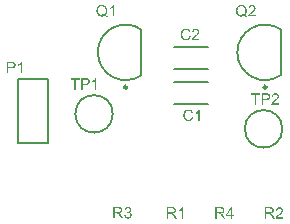
<source format=gto>
G04*
G04 #@! TF.GenerationSoftware,Altium Limited,Altium Designer,23.5.1 (21)*
G04*
G04 Layer_Color=65535*
%FSLAX43Y43*%
%MOMM*%
G71*
G04*
G04 #@! TF.SameCoordinates,8FC2429F-322A-4D25-A3D7-46987ED2785F*
G04*
G04*
G04 #@! TF.FilePolarity,Positive*
G04*
G01*
G75*
%ADD10C,0.200*%
%ADD11C,0.250*%
G36*
X23761Y15848D02*
X23772Y15847D01*
X23786Y15845D01*
X23801Y15843D01*
X23817Y15840D01*
X23835Y15836D01*
X23852Y15830D01*
X23871Y15824D01*
X23889Y15817D01*
X23908Y15808D01*
X23925Y15797D01*
X23942Y15786D01*
X23958Y15772D01*
X23959Y15771D01*
X23961Y15769D01*
X23965Y15764D01*
X23970Y15759D01*
X23976Y15751D01*
X23984Y15742D01*
X23991Y15731D01*
X23998Y15719D01*
X24006Y15707D01*
X24013Y15692D01*
X24020Y15676D01*
X24026Y15660D01*
X24032Y15641D01*
X24036Y15622D01*
X24038Y15602D01*
X24039Y15582D01*
Y15580D01*
Y15579D01*
Y15576D01*
Y15572D01*
X24038Y15561D01*
X24036Y15546D01*
X24033Y15528D01*
X24028Y15510D01*
X24023Y15489D01*
X24015Y15468D01*
Y15467D01*
X24014Y15466D01*
X24013Y15463D01*
X24011Y15459D01*
X24004Y15447D01*
X23996Y15433D01*
X23985Y15415D01*
X23971Y15395D01*
X23956Y15374D01*
X23936Y15351D01*
X23935Y15350D01*
X23934Y15348D01*
X23930Y15345D01*
X23925Y15340D01*
X23919Y15334D01*
X23912Y15326D01*
X23903Y15317D01*
X23893Y15308D01*
X23881Y15296D01*
X23867Y15284D01*
X23852Y15269D01*
X23836Y15255D01*
X23818Y15238D01*
X23798Y15221D01*
X23776Y15202D01*
X23754Y15183D01*
X23752Y15182D01*
X23749Y15179D01*
X23743Y15174D01*
X23737Y15168D01*
X23727Y15161D01*
X23718Y15152D01*
X23696Y15134D01*
X23673Y15114D01*
X23651Y15093D01*
X23641Y15084D01*
X23632Y15075D01*
X23623Y15067D01*
X23617Y15061D01*
X23616Y15060D01*
X23612Y15056D01*
X23607Y15049D01*
X23599Y15041D01*
X23591Y15032D01*
X23583Y15021D01*
X23566Y14998D01*
X24040D01*
Y14885D01*
X23404D01*
Y14887D01*
Y14892D01*
Y14900D01*
X23405Y14911D01*
X23406Y14923D01*
X23409Y14937D01*
X23412Y14951D01*
X23417Y14966D01*
Y14967D01*
X23418Y14969D01*
X23419Y14972D01*
X23421Y14978D01*
X23424Y14983D01*
X23428Y14990D01*
X23436Y15007D01*
X23446Y15026D01*
X23460Y15048D01*
X23475Y15071D01*
X23494Y15094D01*
X23495Y15095D01*
X23496Y15097D01*
X23499Y15100D01*
X23505Y15106D01*
X23510Y15111D01*
X23517Y15118D01*
X23524Y15126D01*
X23534Y15136D01*
X23544Y15146D01*
X23556Y15157D01*
X23568Y15169D01*
X23583Y15182D01*
X23597Y15195D01*
X23614Y15209D01*
X23631Y15223D01*
X23649Y15239D01*
X23651Y15240D01*
X23657Y15245D01*
X23664Y15251D01*
X23674Y15261D01*
X23687Y15271D01*
X23701Y15284D01*
X23718Y15297D01*
X23735Y15313D01*
X23770Y15345D01*
X23805Y15380D01*
X23821Y15396D01*
X23837Y15413D01*
X23850Y15428D01*
X23862Y15443D01*
X23863Y15444D01*
X23864Y15446D01*
X23867Y15450D01*
X23870Y15456D01*
X23875Y15463D01*
X23880Y15470D01*
X23890Y15489D01*
X23900Y15511D01*
X23910Y15535D01*
X23916Y15560D01*
X23917Y15572D01*
X23918Y15585D01*
Y15586D01*
Y15588D01*
Y15592D01*
X23917Y15596D01*
Y15602D01*
X23915Y15610D01*
X23912Y15625D01*
X23906Y15644D01*
X23896Y15664D01*
X23891Y15674D01*
X23884Y15684D01*
X23876Y15693D01*
X23867Y15702D01*
X23866Y15703D01*
X23865Y15704D01*
X23862Y15707D01*
X23858Y15710D01*
X23852Y15714D01*
X23846Y15718D01*
X23832Y15727D01*
X23812Y15736D01*
X23790Y15744D01*
X23764Y15749D01*
X23749Y15751D01*
X23726D01*
X23720Y15750D01*
X23713D01*
X23705Y15748D01*
X23686Y15745D01*
X23664Y15739D01*
X23641Y15729D01*
X23630Y15723D01*
X23618Y15717D01*
X23608Y15709D01*
X23597Y15699D01*
X23596Y15698D01*
X23595Y15697D01*
X23593Y15694D01*
X23589Y15690D01*
X23586Y15685D01*
X23582Y15678D01*
X23576Y15671D01*
X23572Y15663D01*
X23567Y15653D01*
X23563Y15643D01*
X23555Y15618D01*
X23548Y15591D01*
X23547Y15575D01*
X23546Y15559D01*
X23425Y15571D01*
Y15573D01*
X23427Y15577D01*
X23428Y15584D01*
X23429Y15593D01*
X23431Y15604D01*
X23434Y15618D01*
X23437Y15633D01*
X23442Y15648D01*
X23447Y15664D01*
X23454Y15682D01*
X23462Y15698D01*
X23470Y15715D01*
X23481Y15733D01*
X23492Y15748D01*
X23505Y15764D01*
X23519Y15777D01*
X23520Y15778D01*
X23523Y15780D01*
X23528Y15784D01*
X23534Y15789D01*
X23542Y15794D01*
X23553Y15800D01*
X23564Y15806D01*
X23578Y15814D01*
X23592Y15820D01*
X23609Y15826D01*
X23626Y15833D01*
X23646Y15838D01*
X23667Y15843D01*
X23689Y15846D01*
X23713Y15848D01*
X23738Y15849D01*
X23751D01*
X23761Y15848D01*
D02*
G37*
G36*
X22988Y15845D02*
X23012Y15844D01*
X23036Y15842D01*
X23059Y15840D01*
X23070Y15839D01*
X23080Y15837D01*
X23081D01*
X23083Y15836D01*
X23087D01*
X23091Y15835D01*
X23097Y15833D01*
X23105Y15831D01*
X23121Y15826D01*
X23140Y15820D01*
X23160Y15812D01*
X23180Y15802D01*
X23198Y15791D01*
X23199D01*
X23201Y15790D01*
X23207Y15785D01*
X23215Y15777D01*
X23227Y15767D01*
X23238Y15754D01*
X23252Y15738D01*
X23264Y15720D01*
X23276Y15698D01*
Y15697D01*
X23277Y15695D01*
X23279Y15692D01*
X23281Y15688D01*
X23283Y15683D01*
X23285Y15675D01*
X23291Y15660D01*
X23296Y15640D01*
X23302Y15618D01*
X23305Y15593D01*
X23306Y15567D01*
Y15566D01*
Y15562D01*
Y15555D01*
X23305Y15546D01*
X23304Y15536D01*
X23302Y15524D01*
X23299Y15511D01*
X23296Y15495D01*
X23292Y15479D01*
X23287Y15463D01*
X23281Y15446D01*
X23272Y15428D01*
X23264Y15411D01*
X23254Y15393D01*
X23241Y15376D01*
X23228Y15360D01*
X23227Y15359D01*
X23223Y15357D01*
X23219Y15352D01*
X23212Y15346D01*
X23204Y15340D01*
X23192Y15333D01*
X23179Y15325D01*
X23163Y15318D01*
X23144Y15310D01*
X23125Y15302D01*
X23101Y15295D01*
X23076Y15289D01*
X23046Y15284D01*
X23015Y15280D01*
X22982Y15276D01*
X22944Y15275D01*
X22699D01*
Y14885D01*
X22572D01*
Y15846D01*
X22967D01*
X22988Y15845D01*
D02*
G37*
G36*
X22440Y15733D02*
X22124D01*
Y14885D01*
X21997D01*
Y15733D01*
X21680D01*
Y15846D01*
X22440D01*
Y15733D01*
D02*
G37*
G36*
X8585Y16155D02*
X8467D01*
Y16906D01*
X8465Y16904D01*
X8460Y16898D01*
X8451Y16891D01*
X8437Y16881D01*
X8421Y16868D01*
X8402Y16855D01*
X8380Y16840D01*
X8355Y16824D01*
X8354D01*
X8352Y16822D01*
X8349Y16820D01*
X8343Y16818D01*
X8337Y16814D01*
X8330Y16811D01*
X8313Y16802D01*
X8294Y16792D01*
X8274Y16782D01*
X8252Y16772D01*
X8231Y16764D01*
Y16878D01*
X8232Y16879D01*
X8235Y16880D01*
X8240Y16883D01*
X8247Y16886D01*
X8256Y16890D01*
X8266Y16896D01*
X8278Y16903D01*
X8289Y16909D01*
X8316Y16925D01*
X8345Y16945D01*
X8376Y16966D01*
X8404Y16990D01*
X8405Y16991D01*
X8407Y16993D01*
X8411Y16996D01*
X8416Y17001D01*
X8421Y17008D01*
X8429Y17014D01*
X8444Y17032D01*
X8462Y17050D01*
X8480Y17072D01*
X8495Y17095D01*
X8509Y17119D01*
X8585D01*
Y16155D01*
D02*
G37*
G36*
X7709Y17115D02*
X7733Y17114D01*
X7757Y17112D01*
X7780Y17110D01*
X7791Y17109D01*
X7801Y17107D01*
X7802D01*
X7804Y17106D01*
X7808D01*
X7812Y17105D01*
X7818Y17103D01*
X7826Y17101D01*
X7842Y17096D01*
X7861Y17090D01*
X7881Y17082D01*
X7901Y17072D01*
X7919Y17061D01*
X7920D01*
X7922Y17060D01*
X7928Y17055D01*
X7936Y17047D01*
X7948Y17037D01*
X7959Y17024D01*
X7973Y17008D01*
X7985Y16990D01*
X7997Y16968D01*
Y16967D01*
X7998Y16965D01*
X8000Y16962D01*
X8002Y16958D01*
X8004Y16953D01*
X8006Y16945D01*
X8012Y16930D01*
X8017Y16910D01*
X8023Y16888D01*
X8026Y16863D01*
X8027Y16837D01*
Y16836D01*
Y16832D01*
Y16825D01*
X8026Y16816D01*
X8025Y16806D01*
X8023Y16794D01*
X8020Y16781D01*
X8017Y16765D01*
X8013Y16749D01*
X8008Y16733D01*
X8002Y16716D01*
X7993Y16698D01*
X7985Y16681D01*
X7975Y16663D01*
X7962Y16646D01*
X7949Y16630D01*
X7948Y16629D01*
X7944Y16627D01*
X7940Y16622D01*
X7933Y16616D01*
X7925Y16610D01*
X7913Y16603D01*
X7900Y16595D01*
X7884Y16588D01*
X7865Y16580D01*
X7846Y16572D01*
X7822Y16565D01*
X7797Y16559D01*
X7767Y16554D01*
X7736Y16550D01*
X7703Y16546D01*
X7665Y16545D01*
X7420D01*
Y16155D01*
X7293D01*
Y17116D01*
X7688D01*
X7709Y17115D01*
D02*
G37*
G36*
X7161Y17003D02*
X6845D01*
Y16155D01*
X6718D01*
Y17003D01*
X6401D01*
Y17116D01*
X7161D01*
Y17003D01*
D02*
G37*
G36*
X20074Y5573D02*
X20204D01*
Y5465D01*
X20074D01*
Y5234D01*
X19956D01*
Y5465D01*
X19538D01*
Y5573D01*
X19977Y6196D01*
X20074D01*
Y5573D01*
D02*
G37*
G36*
X19116Y6195D02*
X19127D01*
X19141Y6194D01*
X19157Y6192D01*
X19188Y6189D01*
X19220Y6184D01*
X19251Y6178D01*
X19265Y6174D01*
X19278Y6170D01*
X19279D01*
X19282Y6169D01*
X19285Y6166D01*
X19290Y6164D01*
X19302Y6158D01*
X19317Y6149D01*
X19335Y6136D01*
X19352Y6120D01*
X19370Y6101D01*
X19386Y6078D01*
Y6077D01*
X19388Y6075D01*
X19390Y6072D01*
X19392Y6066D01*
X19395Y6060D01*
X19398Y6053D01*
X19402Y6045D01*
X19407Y6035D01*
X19414Y6013D01*
X19420Y5989D01*
X19424Y5962D01*
X19426Y5933D01*
Y5932D01*
Y5929D01*
Y5923D01*
X19425Y5917D01*
X19424Y5907D01*
X19423Y5897D01*
X19421Y5885D01*
X19418Y5873D01*
X19410Y5846D01*
X19404Y5831D01*
X19398Y5817D01*
X19391Y5802D01*
X19382Y5787D01*
X19371Y5774D01*
X19360Y5760D01*
X19359Y5759D01*
X19357Y5757D01*
X19352Y5754D01*
X19347Y5749D01*
X19340Y5744D01*
X19332Y5737D01*
X19321Y5730D01*
X19309Y5723D01*
X19295Y5716D01*
X19281Y5708D01*
X19264Y5701D01*
X19245Y5694D01*
X19225Y5687D01*
X19203Y5681D01*
X19180Y5676D01*
X19155Y5672D01*
X19156D01*
X19157Y5671D01*
X19163Y5668D01*
X19172Y5662D01*
X19184Y5656D01*
X19196Y5649D01*
X19209Y5642D01*
X19221Y5632D01*
X19232Y5624D01*
X19233Y5623D01*
X19234Y5622D01*
X19237Y5619D01*
X19241Y5615D01*
X19246Y5609D01*
X19252Y5603D01*
X19266Y5588D01*
X19282Y5570D01*
X19299Y5548D01*
X19318Y5523D01*
X19337Y5496D01*
X19503Y5234D01*
X19344D01*
X19217Y5434D01*
X19216Y5435D01*
X19215Y5439D01*
X19212Y5443D01*
X19208Y5449D01*
X19203Y5456D01*
X19197Y5465D01*
X19185Y5483D01*
X19170Y5505D01*
X19156Y5527D01*
X19140Y5548D01*
X19125Y5567D01*
Y5568D01*
X19123Y5569D01*
X19119Y5574D01*
X19113Y5582D01*
X19103Y5592D01*
X19094Y5602D01*
X19083Y5612D01*
X19071Y5623D01*
X19061Y5630D01*
X19060Y5631D01*
X19056Y5633D01*
X19050Y5636D01*
X19043Y5641D01*
X19034Y5645D01*
X19024Y5649D01*
X19014Y5653D01*
X19002Y5656D01*
X19001D01*
X18998Y5657D01*
X18993Y5658D01*
X18986Y5659D01*
X18975D01*
X18963Y5660D01*
X18948Y5661D01*
X18785D01*
Y5234D01*
X18658D01*
Y6196D01*
X19105D01*
X19116Y6195D01*
D02*
G37*
G36*
X11262Y6204D02*
X11269Y6203D01*
X11289Y6201D01*
X11310Y6197D01*
X11335Y6191D01*
X11360Y6183D01*
X11385Y6171D01*
X11387D01*
X11389Y6170D01*
X11392Y6168D01*
X11397Y6165D01*
X11408Y6158D01*
X11423Y6147D01*
X11440Y6134D01*
X11456Y6118D01*
X11473Y6100D01*
X11488Y6079D01*
Y6078D01*
X11489Y6077D01*
X11491Y6073D01*
X11493Y6069D01*
X11496Y6064D01*
X11499Y6058D01*
X11505Y6042D01*
X11511Y6023D01*
X11518Y6002D01*
X11522Y5980D01*
X11523Y5956D01*
Y5955D01*
Y5952D01*
Y5949D01*
Y5945D01*
X11521Y5933D01*
X11519Y5918D01*
X11515Y5900D01*
X11508Y5882D01*
X11500Y5862D01*
X11489Y5842D01*
Y5841D01*
X11488Y5840D01*
X11482Y5834D01*
X11475Y5824D01*
X11464Y5813D01*
X11450Y5799D01*
X11432Y5786D01*
X11413Y5773D01*
X11390Y5761D01*
X11391D01*
X11394Y5760D01*
X11398Y5759D01*
X11404Y5757D01*
X11410Y5755D01*
X11419Y5751D01*
X11439Y5743D01*
X11459Y5732D01*
X11481Y5718D01*
X11503Y5700D01*
X11522Y5679D01*
X11523Y5678D01*
X11524Y5675D01*
X11526Y5672D01*
X11529Y5667D01*
X11533Y5662D01*
X11538Y5655D01*
X11542Y5646D01*
X11546Y5636D01*
X11550Y5625D01*
X11554Y5614D01*
X11563Y5588D01*
X11568Y5558D01*
X11570Y5541D01*
Y5524D01*
Y5523D01*
Y5519D01*
X11569Y5512D01*
Y5504D01*
X11567Y5492D01*
X11565Y5480D01*
X11563Y5466D01*
X11558Y5450D01*
X11553Y5434D01*
X11547Y5417D01*
X11540Y5399D01*
X11530Y5382D01*
X11520Y5363D01*
X11507Y5345D01*
X11494Y5328D01*
X11477Y5311D01*
X11476Y5310D01*
X11473Y5307D01*
X11468Y5303D01*
X11460Y5297D01*
X11452Y5291D01*
X11441Y5284D01*
X11428Y5276D01*
X11414Y5268D01*
X11398Y5260D01*
X11380Y5252D01*
X11362Y5244D01*
X11341Y5238D01*
X11319Y5233D01*
X11296Y5229D01*
X11272Y5226D01*
X11246Y5225D01*
X11241D01*
X11233Y5226D01*
X11225D01*
X11214Y5227D01*
X11201Y5229D01*
X11188Y5231D01*
X11172Y5234D01*
X11155Y5238D01*
X11139Y5243D01*
X11121Y5248D01*
X11103Y5256D01*
X11086Y5265D01*
X11069Y5274D01*
X11051Y5286D01*
X11036Y5299D01*
X11035Y5301D01*
X11032Y5303D01*
X11028Y5307D01*
X11022Y5313D01*
X11016Y5320D01*
X11008Y5330D01*
X11001Y5340D01*
X10993Y5353D01*
X10985Y5365D01*
X10976Y5381D01*
X10968Y5396D01*
X10961Y5414D01*
X10954Y5433D01*
X10948Y5453D01*
X10944Y5473D01*
X10941Y5495D01*
X11058Y5511D01*
Y5510D01*
X11060Y5507D01*
X11061Y5502D01*
X11063Y5494D01*
X11065Y5486D01*
X11067Y5477D01*
X11074Y5455D01*
X11083Y5431D01*
X11095Y5407D01*
X11109Y5385D01*
X11118Y5376D01*
X11126Y5366D01*
X11127D01*
X11128Y5364D01*
X11131Y5362D01*
X11134Y5359D01*
X11145Y5353D01*
X11159Y5344D01*
X11177Y5336D01*
X11197Y5330D01*
X11221Y5324D01*
X11246Y5322D01*
X11254D01*
X11261Y5323D01*
X11267Y5324D01*
X11276Y5326D01*
X11295Y5330D01*
X11318Y5336D01*
X11342Y5346D01*
X11353Y5354D01*
X11365Y5361D01*
X11376Y5369D01*
X11388Y5380D01*
X11389Y5381D01*
X11390Y5383D01*
X11393Y5386D01*
X11397Y5390D01*
X11401Y5395D01*
X11405Y5403D01*
X11410Y5410D01*
X11417Y5419D01*
X11427Y5440D01*
X11435Y5464D01*
X11443Y5492D01*
X11444Y5507D01*
X11445Y5522D01*
Y5523D01*
Y5525D01*
Y5531D01*
X11444Y5536D01*
X11443Y5543D01*
X11442Y5550D01*
X11439Y5569D01*
X11431Y5591D01*
X11422Y5613D01*
X11416Y5624D01*
X11408Y5635D01*
X11400Y5645D01*
X11391Y5656D01*
X11390Y5657D01*
X11389Y5658D01*
X11385Y5661D01*
X11381Y5664D01*
X11376Y5668D01*
X11370Y5672D01*
X11354Y5683D01*
X11334Y5692D01*
X11312Y5700D01*
X11285Y5707D01*
X11271Y5708D01*
X11256Y5709D01*
X11250D01*
X11243Y5708D01*
X11233D01*
X11221Y5706D01*
X11207Y5704D01*
X11191Y5700D01*
X11173Y5696D01*
X11186Y5799D01*
X11188D01*
X11193Y5798D01*
X11199Y5797D01*
X11213D01*
X11218Y5798D01*
X11225D01*
X11232Y5799D01*
X11250Y5802D01*
X11271Y5807D01*
X11294Y5814D01*
X11318Y5823D01*
X11341Y5837D01*
X11342D01*
X11344Y5839D01*
X11346Y5841D01*
X11350Y5844D01*
X11360Y5854D01*
X11372Y5867D01*
X11382Y5884D01*
X11393Y5905D01*
X11397Y5916D01*
X11399Y5930D01*
X11401Y5943D01*
X11402Y5958D01*
Y5959D01*
Y5961D01*
Y5964D01*
X11401Y5969D01*
X11400Y5981D01*
X11397Y5996D01*
X11392Y6013D01*
X11383Y6031D01*
X11372Y6049D01*
X11366Y6058D01*
X11357Y6066D01*
X11355Y6068D01*
X11349Y6072D01*
X11340Y6079D01*
X11327Y6088D01*
X11310Y6095D01*
X11291Y6102D01*
X11269Y6107D01*
X11244Y6109D01*
X11238D01*
X11232Y6108D01*
X11226D01*
X11220Y6107D01*
X11203Y6103D01*
X11186Y6098D01*
X11166Y6090D01*
X11147Y6079D01*
X11128Y6065D01*
X11126Y6063D01*
X11121Y6057D01*
X11113Y6047D01*
X11104Y6033D01*
X11094Y6015D01*
X11085Y5992D01*
X11076Y5966D01*
X11070Y5936D01*
X10952Y5957D01*
Y5958D01*
X10953Y5962D01*
X10954Y5968D01*
X10956Y5976D01*
X10960Y5986D01*
X10963Y5997D01*
X10967Y6010D01*
X10972Y6023D01*
X10986Y6053D01*
X10993Y6068D01*
X11002Y6084D01*
X11013Y6098D01*
X11024Y6113D01*
X11037Y6127D01*
X11050Y6140D01*
X11051Y6141D01*
X11053Y6143D01*
X11058Y6146D01*
X11064Y6150D01*
X11072Y6156D01*
X11080Y6161D01*
X11091Y6167D01*
X11103Y6173D01*
X11116Y6178D01*
X11130Y6185D01*
X11146Y6190D01*
X11163Y6195D01*
X11181Y6199D01*
X11200Y6202D01*
X11220Y6204D01*
X11241Y6206D01*
X11254D01*
X11262Y6204D01*
D02*
G37*
G36*
X10478Y6201D02*
X10490D01*
X10503Y6200D01*
X10519Y6199D01*
X10550Y6196D01*
X10583Y6191D01*
X10614Y6185D01*
X10627Y6181D01*
X10641Y6176D01*
X10642D01*
X10644Y6175D01*
X10647Y6173D01*
X10652Y6171D01*
X10665Y6165D01*
X10679Y6156D01*
X10697Y6143D01*
X10715Y6126D01*
X10733Y6108D01*
X10748Y6085D01*
Y6084D01*
X10750Y6082D01*
X10752Y6078D01*
X10754Y6073D01*
X10758Y6067D01*
X10761Y6060D01*
X10765Y6051D01*
X10769Y6042D01*
X10776Y6020D01*
X10783Y5996D01*
X10787Y5969D01*
X10789Y5940D01*
Y5939D01*
Y5936D01*
Y5930D01*
X10788Y5923D01*
X10787Y5914D01*
X10786Y5903D01*
X10784Y5892D01*
X10780Y5880D01*
X10772Y5852D01*
X10767Y5838D01*
X10761Y5823D01*
X10753Y5809D01*
X10744Y5794D01*
X10734Y5781D01*
X10722Y5767D01*
X10721Y5766D01*
X10719Y5764D01*
X10715Y5761D01*
X10710Y5756D01*
X10702Y5750D01*
X10694Y5744D01*
X10684Y5737D01*
X10671Y5730D01*
X10658Y5722D01*
X10643Y5715D01*
X10626Y5708D01*
X10608Y5700D01*
X10588Y5694D01*
X10566Y5688D01*
X10542Y5683D01*
X10517Y5679D01*
X10518D01*
X10519Y5678D01*
X10525Y5674D01*
X10535Y5669D01*
X10546Y5663D01*
X10559Y5656D01*
X10571Y5648D01*
X10584Y5639D01*
X10594Y5631D01*
X10595Y5630D01*
X10596Y5629D01*
X10599Y5625D01*
X10603Y5621D01*
X10609Y5616D01*
X10615Y5610D01*
X10628Y5595D01*
X10644Y5576D01*
X10662Y5555D01*
X10680Y5530D01*
X10699Y5503D01*
X10866Y5241D01*
X10706D01*
X10579Y5441D01*
X10578Y5442D01*
X10577Y5445D01*
X10574Y5449D01*
X10570Y5456D01*
X10566Y5463D01*
X10560Y5471D01*
X10547Y5490D01*
X10533Y5512D01*
X10518Y5534D01*
X10502Y5555D01*
X10488Y5573D01*
Y5574D01*
X10486Y5575D01*
X10482Y5581D01*
X10475Y5589D01*
X10466Y5598D01*
X10457Y5609D01*
X10445Y5619D01*
X10434Y5630D01*
X10423Y5637D01*
X10422Y5638D01*
X10418Y5640D01*
X10413Y5643D01*
X10406Y5647D01*
X10396Y5651D01*
X10387Y5656D01*
X10376Y5660D01*
X10365Y5663D01*
X10364D01*
X10361Y5664D01*
X10356Y5665D01*
X10348Y5666D01*
X10338D01*
X10325Y5667D01*
X10311Y5668D01*
X10147D01*
Y5241D01*
X10020D01*
Y6202D01*
X10467D01*
X10478Y6201D01*
D02*
G37*
G36*
X24113Y6196D02*
X24124Y6195D01*
X24138Y6193D01*
X24154Y6191D01*
X24169Y6188D01*
X24187Y6184D01*
X24205Y6178D01*
X24223Y6172D01*
X24241Y6165D01*
X24260Y6156D01*
X24278Y6145D01*
X24294Y6134D01*
X24310Y6120D01*
X24311Y6119D01*
X24313Y6117D01*
X24317Y6112D01*
X24322Y6107D01*
X24329Y6099D01*
X24336Y6090D01*
X24343Y6079D01*
X24350Y6067D01*
X24358Y6055D01*
X24365Y6040D01*
X24372Y6024D01*
X24379Y6008D01*
X24384Y5989D01*
X24388Y5970D01*
X24390Y5950D01*
X24391Y5930D01*
Y5928D01*
Y5927D01*
Y5924D01*
Y5920D01*
X24390Y5909D01*
X24388Y5894D01*
X24385Y5876D01*
X24381Y5858D01*
X24375Y5837D01*
X24367Y5816D01*
Y5815D01*
X24366Y5814D01*
X24365Y5811D01*
X24363Y5807D01*
X24357Y5795D01*
X24348Y5781D01*
X24337Y5763D01*
X24323Y5743D01*
X24308Y5722D01*
X24288Y5699D01*
X24287Y5698D01*
X24286Y5696D01*
X24282Y5693D01*
X24278Y5688D01*
X24271Y5682D01*
X24264Y5674D01*
X24256Y5665D01*
X24245Y5656D01*
X24233Y5644D01*
X24219Y5632D01*
X24205Y5617D01*
X24188Y5603D01*
X24170Y5586D01*
X24151Y5569D01*
X24129Y5550D01*
X24106Y5531D01*
X24105Y5530D01*
X24102Y5527D01*
X24095Y5522D01*
X24089Y5516D01*
X24080Y5509D01*
X24070Y5500D01*
X24048Y5482D01*
X24026Y5462D01*
X24004Y5441D01*
X23993Y5432D01*
X23984Y5423D01*
X23976Y5415D01*
X23969Y5409D01*
X23968Y5408D01*
X23964Y5404D01*
X23959Y5397D01*
X23952Y5389D01*
X23943Y5380D01*
X23935Y5369D01*
X23918Y5346D01*
X24392D01*
Y5233D01*
X23756D01*
Y5235D01*
Y5240D01*
Y5248D01*
X23757Y5259D01*
X23758Y5271D01*
X23761Y5285D01*
X23764Y5299D01*
X23769Y5314D01*
Y5315D01*
X23770Y5317D01*
X23771Y5320D01*
X23774Y5326D01*
X23777Y5331D01*
X23780Y5338D01*
X23788Y5355D01*
X23799Y5374D01*
X23812Y5396D01*
X23828Y5419D01*
X23846Y5442D01*
X23847Y5443D01*
X23848Y5445D01*
X23852Y5448D01*
X23857Y5454D01*
X23862Y5459D01*
X23869Y5466D01*
X23877Y5474D01*
X23886Y5484D01*
X23896Y5494D01*
X23908Y5505D01*
X23920Y5517D01*
X23935Y5530D01*
X23950Y5543D01*
X23966Y5557D01*
X23983Y5571D01*
X24002Y5587D01*
X24004Y5588D01*
X24009Y5593D01*
X24016Y5599D01*
X24027Y5609D01*
X24039Y5619D01*
X24054Y5632D01*
X24070Y5645D01*
X24087Y5661D01*
X24122Y5693D01*
X24157Y5727D01*
X24173Y5744D01*
X24189Y5761D01*
X24203Y5776D01*
X24214Y5791D01*
X24215Y5792D01*
X24216Y5794D01*
X24219Y5798D01*
X24222Y5804D01*
X24228Y5811D01*
X24232Y5818D01*
X24242Y5837D01*
X24253Y5859D01*
X24262Y5883D01*
X24268Y5908D01*
X24269Y5920D01*
X24270Y5933D01*
Y5934D01*
Y5936D01*
Y5940D01*
X24269Y5944D01*
Y5950D01*
X24267Y5958D01*
X24264Y5973D01*
X24258Y5992D01*
X24248Y6012D01*
X24243Y6022D01*
X24236Y6032D01*
X24229Y6041D01*
X24219Y6050D01*
X24218Y6051D01*
X24217Y6052D01*
X24214Y6055D01*
X24210Y6058D01*
X24205Y6062D01*
X24198Y6066D01*
X24184Y6075D01*
X24164Y6084D01*
X24142Y6092D01*
X24116Y6097D01*
X24102Y6099D01*
X24079D01*
X24072Y6098D01*
X24065D01*
X24057Y6096D01*
X24038Y6093D01*
X24016Y6087D01*
X23993Y6077D01*
X23982Y6071D01*
X23970Y6065D01*
X23960Y6057D01*
X23950Y6047D01*
X23948Y6046D01*
X23947Y6045D01*
X23945Y6042D01*
X23941Y6038D01*
X23938Y6033D01*
X23934Y6026D01*
X23929Y6019D01*
X23925Y6011D01*
X23919Y6001D01*
X23915Y5991D01*
X23907Y5966D01*
X23901Y5939D01*
X23900Y5923D01*
X23898Y5907D01*
X23778Y5919D01*
Y5921D01*
X23779Y5925D01*
X23780Y5932D01*
X23781Y5941D01*
X23783Y5952D01*
X23786Y5966D01*
X23789Y5981D01*
X23794Y5996D01*
X23800Y6012D01*
X23806Y6030D01*
X23814Y6046D01*
X23822Y6063D01*
X23833Y6081D01*
X23844Y6096D01*
X23857Y6112D01*
X23871Y6125D01*
X23872Y6126D01*
X23876Y6128D01*
X23880Y6132D01*
X23886Y6137D01*
X23894Y6142D01*
X23905Y6148D01*
X23916Y6154D01*
X23930Y6162D01*
X23944Y6168D01*
X23961Y6174D01*
X23979Y6181D01*
X23998Y6186D01*
X24019Y6191D01*
X24041Y6194D01*
X24065Y6196D01*
X24090Y6197D01*
X24104D01*
X24113Y6196D01*
D02*
G37*
G36*
X23310Y6193D02*
X23322D01*
X23335Y6192D01*
X23351Y6191D01*
X23382Y6188D01*
X23414Y6183D01*
X23445Y6176D01*
X23459Y6172D01*
X23473Y6168D01*
X23474D01*
X23476Y6167D01*
X23479Y6165D01*
X23484Y6163D01*
X23497Y6157D01*
X23511Y6147D01*
X23529Y6135D01*
X23546Y6118D01*
X23564Y6099D01*
X23580Y6076D01*
Y6075D01*
X23582Y6073D01*
X23584Y6070D01*
X23586Y6065D01*
X23589Y6059D01*
X23592Y6051D01*
X23596Y6043D01*
X23601Y6034D01*
X23608Y6012D01*
X23614Y5988D01*
X23618Y5961D01*
X23620Y5932D01*
Y5931D01*
Y5927D01*
Y5921D01*
X23619Y5915D01*
X23618Y5906D01*
X23617Y5895D01*
X23615Y5884D01*
X23612Y5871D01*
X23604Y5844D01*
X23599Y5830D01*
X23592Y5815D01*
X23585Y5800D01*
X23576Y5786D01*
X23565Y5772D01*
X23554Y5759D01*
X23553Y5758D01*
X23551Y5756D01*
X23546Y5752D01*
X23541Y5747D01*
X23534Y5742D01*
X23526Y5736D01*
X23515Y5729D01*
X23503Y5721D01*
X23489Y5714D01*
X23475Y5707D01*
X23458Y5699D01*
X23439Y5692D01*
X23419Y5686D01*
X23398Y5680D01*
X23374Y5674D01*
X23349Y5670D01*
X23350D01*
X23351Y5669D01*
X23357Y5666D01*
X23366Y5661D01*
X23378Y5655D01*
X23390Y5647D01*
X23403Y5640D01*
X23415Y5631D01*
X23426Y5622D01*
X23427Y5621D01*
X23428Y5620D01*
X23431Y5617D01*
X23435Y5613D01*
X23440Y5608D01*
X23447Y5601D01*
X23460Y5587D01*
X23476Y5568D01*
X23493Y5546D01*
X23512Y5521D01*
X23531Y5494D01*
X23698Y5233D01*
X23538D01*
X23411Y5433D01*
X23410Y5434D01*
X23409Y5437D01*
X23406Y5441D01*
X23402Y5447D01*
X23398Y5455D01*
X23391Y5463D01*
X23379Y5482D01*
X23364Y5504D01*
X23350Y5525D01*
X23334Y5546D01*
X23319Y5565D01*
Y5566D01*
X23317Y5567D01*
X23313Y5572D01*
X23307Y5581D01*
X23298Y5590D01*
X23288Y5600D01*
X23277Y5611D01*
X23265Y5621D01*
X23255Y5629D01*
X23254Y5630D01*
X23250Y5632D01*
X23244Y5635D01*
X23237Y5639D01*
X23228Y5643D01*
X23218Y5647D01*
X23208Y5651D01*
X23197Y5655D01*
X23196D01*
X23192Y5656D01*
X23187Y5657D01*
X23180Y5658D01*
X23170D01*
X23157Y5659D01*
X23142Y5660D01*
X22979D01*
Y5233D01*
X22852D01*
Y6194D01*
X23299D01*
X23310Y6193D01*
D02*
G37*
G36*
X15922Y5233D02*
X15804D01*
Y5984D01*
X15802Y5982D01*
X15797Y5976D01*
X15788Y5969D01*
X15774Y5959D01*
X15759Y5946D01*
X15739Y5933D01*
X15717Y5918D01*
X15692Y5902D01*
X15691D01*
X15689Y5900D01*
X15686Y5898D01*
X15681Y5896D01*
X15674Y5892D01*
X15667Y5889D01*
X15650Y5880D01*
X15632Y5870D01*
X15611Y5860D01*
X15589Y5850D01*
X15568Y5842D01*
Y5956D01*
X15569Y5957D01*
X15572Y5958D01*
X15577Y5961D01*
X15585Y5964D01*
X15593Y5968D01*
X15603Y5974D01*
X15615Y5981D01*
X15626Y5987D01*
X15653Y6003D01*
X15683Y6023D01*
X15713Y6044D01*
X15741Y6068D01*
X15742Y6069D01*
X15744Y6071D01*
X15748Y6074D01*
X15753Y6079D01*
X15759Y6086D01*
X15766Y6092D01*
X15782Y6110D01*
X15799Y6128D01*
X15817Y6150D01*
X15833Y6173D01*
X15846Y6197D01*
X15922D01*
Y5233D01*
D02*
G37*
G36*
X15016Y6193D02*
X15028D01*
X15041Y6192D01*
X15057Y6191D01*
X15088Y6188D01*
X15120Y6183D01*
X15151Y6176D01*
X15165Y6172D01*
X15179Y6168D01*
X15180D01*
X15182Y6167D01*
X15185Y6165D01*
X15190Y6163D01*
X15203Y6157D01*
X15217Y6147D01*
X15235Y6135D01*
X15252Y6118D01*
X15270Y6099D01*
X15286Y6076D01*
Y6075D01*
X15288Y6073D01*
X15290Y6070D01*
X15292Y6065D01*
X15295Y6059D01*
X15298Y6051D01*
X15302Y6043D01*
X15307Y6034D01*
X15314Y6012D01*
X15320Y5988D01*
X15324Y5961D01*
X15326Y5932D01*
Y5931D01*
Y5927D01*
Y5921D01*
X15325Y5915D01*
X15324Y5906D01*
X15323Y5895D01*
X15321Y5884D01*
X15318Y5871D01*
X15310Y5844D01*
X15305Y5830D01*
X15298Y5815D01*
X15291Y5800D01*
X15282Y5786D01*
X15271Y5772D01*
X15260Y5759D01*
X15259Y5758D01*
X15257Y5756D01*
X15252Y5752D01*
X15247Y5747D01*
X15240Y5742D01*
X15232Y5736D01*
X15221Y5729D01*
X15209Y5721D01*
X15195Y5714D01*
X15181Y5707D01*
X15164Y5699D01*
X15145Y5692D01*
X15125Y5686D01*
X15104Y5680D01*
X15080Y5674D01*
X15055Y5670D01*
X15056D01*
X15057Y5669D01*
X15063Y5666D01*
X15072Y5661D01*
X15084Y5655D01*
X15096Y5647D01*
X15109Y5640D01*
X15121Y5631D01*
X15132Y5622D01*
X15133Y5621D01*
X15134Y5620D01*
X15137Y5617D01*
X15141Y5613D01*
X15146Y5608D01*
X15153Y5601D01*
X15166Y5587D01*
X15182Y5568D01*
X15199Y5546D01*
X15218Y5521D01*
X15237Y5494D01*
X15403Y5233D01*
X15244D01*
X15117Y5433D01*
X15116Y5434D01*
X15115Y5437D01*
X15112Y5441D01*
X15108Y5447D01*
X15104Y5455D01*
X15097Y5463D01*
X15085Y5482D01*
X15070Y5504D01*
X15056Y5525D01*
X15040Y5546D01*
X15025Y5565D01*
Y5566D01*
X15023Y5567D01*
X15019Y5572D01*
X15013Y5581D01*
X15004Y5590D01*
X14994Y5600D01*
X14983Y5611D01*
X14971Y5621D01*
X14961Y5629D01*
X14960Y5630D01*
X14956Y5632D01*
X14950Y5635D01*
X14943Y5639D01*
X14934Y5643D01*
X14924Y5647D01*
X14914Y5651D01*
X14903Y5655D01*
X14902D01*
X14898Y5656D01*
X14893Y5657D01*
X14886Y5658D01*
X14876D01*
X14863Y5659D01*
X14848Y5660D01*
X14685D01*
Y5233D01*
X14558D01*
Y6194D01*
X15005D01*
X15016Y6193D01*
D02*
G37*
G36*
X21779Y23314D02*
X21790Y23313D01*
X21804Y23311D01*
X21819Y23309D01*
X21835Y23306D01*
X21853Y23302D01*
X21870Y23296D01*
X21889Y23290D01*
X21907Y23283D01*
X21926Y23273D01*
X21943Y23263D01*
X21960Y23252D01*
X21976Y23238D01*
X21977Y23237D01*
X21979Y23235D01*
X21983Y23230D01*
X21988Y23224D01*
X21994Y23217D01*
X22002Y23208D01*
X22009Y23197D01*
X22016Y23185D01*
X22023Y23172D01*
X22031Y23158D01*
X22038Y23142D01*
X22044Y23126D01*
X22049Y23107D01*
X22054Y23088D01*
X22056Y23068D01*
X22057Y23047D01*
Y23046D01*
Y23045D01*
Y23042D01*
Y23038D01*
X22056Y23027D01*
X22054Y23012D01*
X22050Y22994D01*
X22046Y22976D01*
X22041Y22955D01*
X22033Y22934D01*
Y22933D01*
X22032Y22932D01*
X22031Y22929D01*
X22029Y22925D01*
X22022Y22913D01*
X22014Y22899D01*
X22003Y22881D01*
X21989Y22861D01*
X21973Y22840D01*
X21954Y22817D01*
X21953Y22816D01*
X21952Y22814D01*
X21947Y22811D01*
X21943Y22806D01*
X21937Y22800D01*
X21930Y22792D01*
X21921Y22783D01*
X21911Y22774D01*
X21898Y22762D01*
X21885Y22750D01*
X21870Y22735D01*
X21854Y22720D01*
X21836Y22704D01*
X21816Y22687D01*
X21794Y22668D01*
X21771Y22649D01*
X21770Y22648D01*
X21767Y22644D01*
X21761Y22640D01*
X21755Y22634D01*
X21745Y22627D01*
X21736Y22618D01*
X21714Y22600D01*
X21691Y22580D01*
X21669Y22559D01*
X21659Y22550D01*
X21650Y22541D01*
X21641Y22533D01*
X21635Y22527D01*
X21634Y22526D01*
X21630Y22522D01*
X21625Y22515D01*
X21617Y22507D01*
X21609Y22498D01*
X21601Y22487D01*
X21584Y22464D01*
X22058D01*
Y22351D01*
X21421D01*
Y22353D01*
Y22358D01*
Y22366D01*
X21423Y22377D01*
X21424Y22389D01*
X21427Y22403D01*
X21430Y22417D01*
X21435Y22432D01*
Y22433D01*
X21436Y22435D01*
X21437Y22438D01*
X21439Y22443D01*
X21442Y22449D01*
X21445Y22456D01*
X21454Y22473D01*
X21464Y22492D01*
X21478Y22514D01*
X21493Y22537D01*
X21512Y22560D01*
X21513Y22561D01*
X21514Y22563D01*
X21517Y22566D01*
X21522Y22572D01*
X21528Y22577D01*
X21535Y22584D01*
X21542Y22592D01*
X21552Y22602D01*
X21562Y22612D01*
X21574Y22623D01*
X21586Y22635D01*
X21601Y22648D01*
X21615Y22661D01*
X21632Y22675D01*
X21649Y22689D01*
X21667Y22705D01*
X21669Y22706D01*
X21675Y22711D01*
X21682Y22717D01*
X21692Y22727D01*
X21705Y22737D01*
X21719Y22750D01*
X21736Y22763D01*
X21753Y22779D01*
X21788Y22811D01*
X21822Y22845D01*
X21839Y22862D01*
X21855Y22879D01*
X21868Y22894D01*
X21880Y22909D01*
X21881Y22910D01*
X21882Y22912D01*
X21885Y22916D01*
X21888Y22921D01*
X21893Y22929D01*
X21897Y22936D01*
X21908Y22955D01*
X21918Y22977D01*
X21928Y23001D01*
X21934Y23026D01*
X21935Y23038D01*
X21936Y23051D01*
Y23052D01*
Y23054D01*
Y23058D01*
X21935Y23062D01*
Y23068D01*
X21933Y23076D01*
X21930Y23091D01*
X21923Y23110D01*
X21914Y23130D01*
X21909Y23140D01*
X21902Y23150D01*
X21894Y23159D01*
X21885Y23168D01*
X21884Y23169D01*
X21883Y23170D01*
X21880Y23172D01*
X21876Y23176D01*
X21870Y23180D01*
X21864Y23184D01*
X21850Y23193D01*
X21830Y23202D01*
X21808Y23210D01*
X21782Y23215D01*
X21767Y23217D01*
X21744D01*
X21738Y23216D01*
X21731D01*
X21722Y23214D01*
X21704Y23211D01*
X21682Y23205D01*
X21659Y23195D01*
X21647Y23189D01*
X21636Y23183D01*
X21626Y23174D01*
X21615Y23165D01*
X21614Y23164D01*
X21613Y23163D01*
X21611Y23160D01*
X21607Y23156D01*
X21604Y23151D01*
X21600Y23144D01*
X21594Y23137D01*
X21590Y23129D01*
X21585Y23119D01*
X21581Y23109D01*
X21572Y23084D01*
X21566Y23057D01*
X21565Y23041D01*
X21564Y23025D01*
X21443Y23037D01*
Y23039D01*
X21444Y23043D01*
X21445Y23050D01*
X21446Y23059D01*
X21449Y23070D01*
X21452Y23084D01*
X21455Y23098D01*
X21460Y23114D01*
X21465Y23130D01*
X21471Y23147D01*
X21480Y23164D01*
X21488Y23181D01*
X21499Y23198D01*
X21510Y23214D01*
X21522Y23230D01*
X21537Y23243D01*
X21538Y23244D01*
X21541Y23246D01*
X21545Y23249D01*
X21552Y23255D01*
X21560Y23260D01*
X21570Y23266D01*
X21582Y23272D01*
X21595Y23280D01*
X21610Y23286D01*
X21627Y23292D01*
X21644Y23298D01*
X21664Y23304D01*
X21685Y23309D01*
X21707Y23312D01*
X21731Y23314D01*
X21756Y23315D01*
X21769D01*
X21779Y23314D01*
D02*
G37*
G36*
X20877Y23328D02*
X20889Y23327D01*
X20903Y23326D01*
X20917Y23323D01*
X20934Y23320D01*
X20953Y23317D01*
X20972Y23313D01*
X20991Y23308D01*
X21012Y23302D01*
X21033Y23294D01*
X21054Y23286D01*
X21074Y23277D01*
X21094Y23265D01*
X21096Y23264D01*
X21100Y23262D01*
X21105Y23259D01*
X21112Y23254D01*
X21122Y23247D01*
X21131Y23239D01*
X21142Y23230D01*
X21155Y23219D01*
X21168Y23207D01*
X21182Y23194D01*
X21195Y23180D01*
X21209Y23164D01*
X21222Y23146D01*
X21235Y23129D01*
X21247Y23109D01*
X21258Y23088D01*
X21259Y23087D01*
X21260Y23083D01*
X21263Y23077D01*
X21266Y23068D01*
X21272Y23058D01*
X21276Y23044D01*
X21281Y23030D01*
X21286Y23013D01*
X21291Y22995D01*
X21297Y22976D01*
X21302Y22955D01*
X21306Y22932D01*
X21309Y22909D01*
X21312Y22884D01*
X21313Y22858D01*
X21314Y22832D01*
Y22831D01*
Y22827D01*
Y22820D01*
X21313Y22812D01*
Y22802D01*
X21312Y22789D01*
X21311Y22776D01*
X21310Y22761D01*
X21308Y22744D01*
X21305Y22728D01*
X21299Y22691D01*
X21290Y22655D01*
X21278Y22618D01*
Y22617D01*
X21276Y22614D01*
X21274Y22609D01*
X21270Y22603D01*
X21267Y22594D01*
X21262Y22585D01*
X21257Y22574D01*
X21251Y22562D01*
X21235Y22536D01*
X21216Y22509D01*
X21194Y22481D01*
X21168Y22454D01*
X21169Y22453D01*
X21173Y22451D01*
X21177Y22448D01*
X21184Y22443D01*
X21191Y22439D01*
X21201Y22433D01*
X21211Y22427D01*
X21223Y22419D01*
X21248Y22405D01*
X21276Y22390D01*
X21305Y22376D01*
X21333Y22364D01*
X21294Y22277D01*
X21293D01*
X21290Y22279D01*
X21284Y22281D01*
X21277Y22284D01*
X21267Y22288D01*
X21256Y22292D01*
X21243Y22299D01*
X21230Y22306D01*
X21215Y22313D01*
X21199Y22322D01*
X21164Y22341D01*
X21127Y22365D01*
X21088Y22393D01*
X21087Y22392D01*
X21083Y22391D01*
X21078Y22388D01*
X21069Y22384D01*
X21059Y22380D01*
X21048Y22375D01*
X21034Y22369D01*
X21018Y22364D01*
X21002Y22359D01*
X20983Y22354D01*
X20964Y22349D01*
X20943Y22345D01*
X20899Y22337D01*
X20876Y22336D01*
X20852Y22335D01*
X20839D01*
X20830Y22336D01*
X20819Y22337D01*
X20805Y22338D01*
X20790Y22340D01*
X20774Y22343D01*
X20756Y22347D01*
X20737Y22351D01*
X20718Y22356D01*
X20698Y22361D01*
X20677Y22368D01*
X20656Y22377D01*
X20635Y22386D01*
X20615Y22398D01*
X20614Y22399D01*
X20611Y22401D01*
X20605Y22404D01*
X20598Y22409D01*
X20589Y22415D01*
X20579Y22424D01*
X20568Y22433D01*
X20555Y22443D01*
X20543Y22455D01*
X20529Y22468D01*
X20515Y22483D01*
X20502Y22499D01*
X20488Y22515D01*
X20476Y22533D01*
X20463Y22553D01*
X20452Y22574D01*
X20451Y22575D01*
X20450Y22579D01*
X20447Y22585D01*
X20443Y22593D01*
X20438Y22605D01*
X20434Y22617D01*
X20429Y22632D01*
X20424Y22649D01*
X20418Y22667D01*
X20412Y22687D01*
X20408Y22708D01*
X20404Y22731D01*
X20400Y22754D01*
X20397Y22779D01*
X20396Y22805D01*
X20395Y22831D01*
Y22833D01*
Y22837D01*
Y22844D01*
X20396Y22855D01*
X20397Y22867D01*
X20398Y22882D01*
X20400Y22899D01*
X20402Y22917D01*
X20405Y22936D01*
X20408Y22957D01*
X20419Y23001D01*
X20426Y23022D01*
X20433Y23045D01*
X20442Y23068D01*
X20452Y23090D01*
X20453Y23091D01*
X20455Y23095D01*
X20458Y23102D01*
X20462Y23109D01*
X20469Y23119D01*
X20476Y23131D01*
X20484Y23142D01*
X20494Y23156D01*
X20505Y23170D01*
X20518Y23185D01*
X20530Y23199D01*
X20545Y23214D01*
X20561Y23229D01*
X20578Y23242D01*
X20596Y23256D01*
X20615Y23267D01*
X20616Y23268D01*
X20621Y23270D01*
X20626Y23272D01*
X20634Y23277D01*
X20645Y23282D01*
X20656Y23287D01*
X20671Y23292D01*
X20685Y23298D01*
X20703Y23304D01*
X20721Y23309D01*
X20740Y23314D01*
X20762Y23319D01*
X20784Y23323D01*
X20807Y23326D01*
X20831Y23328D01*
X20855Y23329D01*
X20867D01*
X20877Y23328D01*
D02*
G37*
G36*
X10071Y22350D02*
X9953D01*
Y23101D01*
X9951Y23099D01*
X9946Y23094D01*
X9936Y23086D01*
X9923Y23076D01*
X9907Y23063D01*
X9887Y23050D01*
X9866Y23035D01*
X9841Y23020D01*
X9840D01*
X9837Y23017D01*
X9834Y23015D01*
X9829Y23013D01*
X9823Y23009D01*
X9816Y23006D01*
X9799Y22997D01*
X9780Y22987D01*
X9759Y22977D01*
X9737Y22968D01*
X9717Y22959D01*
Y23073D01*
X9718Y23074D01*
X9721Y23075D01*
X9726Y23078D01*
X9733Y23081D01*
X9742Y23085D01*
X9752Y23091D01*
X9764Y23098D01*
X9775Y23104D01*
X9802Y23121D01*
X9831Y23140D01*
X9861Y23161D01*
X9890Y23185D01*
X9891Y23186D01*
X9893Y23188D01*
X9897Y23191D01*
X9902Y23197D01*
X9907Y23203D01*
X9915Y23209D01*
X9930Y23227D01*
X9948Y23246D01*
X9966Y23267D01*
X9981Y23290D01*
X9995Y23314D01*
X10071D01*
Y22350D01*
D02*
G37*
G36*
X9066Y23327D02*
X9078Y23326D01*
X9092Y23325D01*
X9106Y23323D01*
X9123Y23320D01*
X9142Y23316D01*
X9161Y23312D01*
X9180Y23307D01*
X9201Y23301D01*
X9222Y23293D01*
X9243Y23285D01*
X9263Y23276D01*
X9283Y23264D01*
X9284Y23263D01*
X9289Y23261D01*
X9294Y23258D01*
X9301Y23253D01*
X9311Y23247D01*
X9320Y23238D01*
X9331Y23229D01*
X9344Y23218D01*
X9357Y23206D01*
X9371Y23194D01*
X9384Y23179D01*
X9398Y23163D01*
X9410Y23146D01*
X9424Y23128D01*
X9435Y23108D01*
X9447Y23087D01*
X9448Y23086D01*
X9449Y23082D01*
X9452Y23076D01*
X9455Y23067D01*
X9460Y23057D01*
X9465Y23044D01*
X9470Y23029D01*
X9475Y23012D01*
X9480Y22995D01*
X9485Y22975D01*
X9491Y22954D01*
X9495Y22931D01*
X9498Y22908D01*
X9501Y22883D01*
X9502Y22857D01*
X9503Y22831D01*
Y22830D01*
Y22826D01*
Y22820D01*
X9502Y22811D01*
Y22801D01*
X9501Y22788D01*
X9500Y22775D01*
X9499Y22760D01*
X9497Y22744D01*
X9494Y22727D01*
X9488Y22691D01*
X9479Y22654D01*
X9467Y22618D01*
Y22617D01*
X9465Y22613D01*
X9463Y22608D01*
X9459Y22602D01*
X9456Y22594D01*
X9451Y22584D01*
X9446Y22573D01*
X9440Y22561D01*
X9424Y22535D01*
X9405Y22508D01*
X9383Y22480D01*
X9357Y22453D01*
X9358Y22452D01*
X9362Y22450D01*
X9366Y22447D01*
X9373Y22443D01*
X9380Y22438D01*
X9390Y22432D01*
X9400Y22426D01*
X9412Y22419D01*
X9437Y22404D01*
X9465Y22390D01*
X9494Y22375D01*
X9522Y22364D01*
X9483Y22276D01*
X9482D01*
X9479Y22278D01*
X9473Y22280D01*
X9466Y22283D01*
X9456Y22287D01*
X9445Y22292D01*
X9432Y22298D01*
X9419Y22305D01*
X9404Y22312D01*
X9388Y22321D01*
X9353Y22341D01*
X9316Y22365D01*
X9277Y22393D01*
X9276Y22392D01*
X9272Y22391D01*
X9267Y22387D01*
X9258Y22383D01*
X9248Y22379D01*
X9237Y22374D01*
X9223Y22369D01*
X9207Y22364D01*
X9191Y22358D01*
X9172Y22353D01*
X9153Y22348D01*
X9132Y22344D01*
X9088Y22336D01*
X9065Y22335D01*
X9041Y22334D01*
X9028D01*
X9019Y22335D01*
X9007Y22336D01*
X8994Y22337D01*
X8979Y22340D01*
X8963Y22343D01*
X8945Y22346D01*
X8926Y22350D01*
X8906Y22355D01*
X8887Y22360D01*
X8866Y22368D01*
X8845Y22376D01*
X8824Y22385D01*
X8804Y22397D01*
X8803Y22398D01*
X8800Y22400D01*
X8794Y22403D01*
X8787Y22408D01*
X8778Y22415D01*
X8768Y22423D01*
X8756Y22432D01*
X8744Y22443D01*
X8731Y22454D01*
X8718Y22468D01*
X8704Y22482D01*
X8691Y22498D01*
X8677Y22515D01*
X8665Y22532D01*
X8652Y22552D01*
X8641Y22573D01*
X8640Y22574D01*
X8639Y22578D01*
X8636Y22584D01*
X8632Y22593D01*
X8627Y22604D01*
X8623Y22617D01*
X8618Y22631D01*
X8613Y22648D01*
X8607Y22667D01*
X8601Y22686D01*
X8597Y22707D01*
X8593Y22730D01*
X8589Y22753D01*
X8586Y22778D01*
X8585Y22804D01*
X8584Y22830D01*
Y22832D01*
Y22836D01*
Y22844D01*
X8585Y22854D01*
X8586Y22867D01*
X8587Y22881D01*
X8589Y22898D01*
X8591Y22916D01*
X8594Y22935D01*
X8597Y22956D01*
X8608Y23000D01*
X8615Y23022D01*
X8622Y23045D01*
X8630Y23067D01*
X8641Y23089D01*
X8642Y23090D01*
X8644Y23095D01*
X8647Y23101D01*
X8651Y23108D01*
X8658Y23119D01*
X8665Y23130D01*
X8673Y23141D01*
X8683Y23155D01*
X8694Y23170D01*
X8706Y23184D01*
X8719Y23199D01*
X8734Y23213D01*
X8750Y23228D01*
X8767Y23241D01*
X8785Y23255D01*
X8804Y23266D01*
X8805Y23267D01*
X8810Y23270D01*
X8815Y23272D01*
X8823Y23276D01*
X8834Y23281D01*
X8845Y23286D01*
X8860Y23291D01*
X8874Y23298D01*
X8892Y23303D01*
X8910Y23308D01*
X8929Y23313D01*
X8951Y23318D01*
X8973Y23323D01*
X8996Y23325D01*
X9020Y23327D01*
X9044Y23328D01*
X9056D01*
X9066Y23327D01*
D02*
G37*
G36*
X2297Y17552D02*
X2180D01*
Y18303D01*
X2177Y18301D01*
X2172Y18295D01*
X2163Y18288D01*
X2149Y18278D01*
X2134Y18265D01*
X2114Y18252D01*
X2092Y18237D01*
X2067Y18221D01*
X2066D01*
X2064Y18219D01*
X2061Y18217D01*
X2056Y18215D01*
X2049Y18211D01*
X2042Y18208D01*
X2025Y18199D01*
X2007Y18189D01*
X1986Y18179D01*
X1964Y18169D01*
X1943Y18161D01*
Y18275D01*
X1944Y18276D01*
X1947Y18277D01*
X1952Y18280D01*
X1960Y18283D01*
X1968Y18287D01*
X1979Y18293D01*
X1990Y18300D01*
X2001Y18306D01*
X2029Y18322D01*
X2058Y18342D01*
X2088Y18363D01*
X2116Y18387D01*
X2117Y18388D01*
X2119Y18390D01*
X2123Y18393D01*
X2128Y18398D01*
X2134Y18405D01*
X2141Y18411D01*
X2157Y18429D01*
X2174Y18447D01*
X2192Y18469D01*
X2208Y18492D01*
X2221Y18516D01*
X2297D01*
Y17552D01*
D02*
G37*
G36*
X1421Y18512D02*
X1445Y18511D01*
X1469Y18509D01*
X1492Y18507D01*
X1504Y18506D01*
X1513Y18504D01*
X1514D01*
X1516Y18503D01*
X1520D01*
X1524Y18502D01*
X1531Y18500D01*
X1538Y18498D01*
X1555Y18493D01*
X1573Y18487D01*
X1593Y18479D01*
X1613Y18469D01*
X1632Y18458D01*
X1633D01*
X1634Y18457D01*
X1640Y18452D01*
X1648Y18444D01*
X1660Y18434D01*
X1671Y18421D01*
X1685Y18405D01*
X1697Y18387D01*
X1709Y18365D01*
Y18364D01*
X1710Y18362D01*
X1712Y18359D01*
X1714Y18355D01*
X1716Y18350D01*
X1718Y18342D01*
X1724Y18327D01*
X1730Y18307D01*
X1735Y18285D01*
X1738Y18260D01*
X1739Y18234D01*
Y18233D01*
Y18229D01*
Y18222D01*
X1738Y18213D01*
X1737Y18203D01*
X1735Y18191D01*
X1733Y18178D01*
X1730Y18162D01*
X1725Y18146D01*
X1720Y18130D01*
X1714Y18113D01*
X1706Y18095D01*
X1697Y18078D01*
X1687Y18060D01*
X1674Y18043D01*
X1661Y18027D01*
X1660Y18026D01*
X1657Y18024D01*
X1653Y18019D01*
X1645Y18013D01*
X1637Y18007D01*
X1625Y18000D01*
X1612Y17992D01*
X1596Y17985D01*
X1578Y17977D01*
X1558Y17969D01*
X1534Y17962D01*
X1509Y17956D01*
X1480Y17951D01*
X1448Y17947D01*
X1415Y17943D01*
X1378Y17942D01*
X1132D01*
Y17552D01*
X1005D01*
Y18513D01*
X1401D01*
X1421Y18512D01*
D02*
G37*
G36*
X16198Y21324D02*
X16210Y21323D01*
X16225Y21321D01*
X16240Y21319D01*
X16258Y21315D01*
X16277Y21311D01*
X16297Y21307D01*
X16316Y21301D01*
X16337Y21294D01*
X16358Y21285D01*
X16378Y21275D01*
X16398Y21264D01*
X16416Y21251D01*
X16417Y21250D01*
X16420Y21248D01*
X16426Y21244D01*
X16432Y21237D01*
X16440Y21230D01*
X16450Y21221D01*
X16459Y21210D01*
X16470Y21198D01*
X16482Y21184D01*
X16493Y21169D01*
X16505Y21152D01*
X16515Y21133D01*
X16527Y21113D01*
X16536Y21091D01*
X16545Y21069D01*
X16554Y21045D01*
X16429Y21015D01*
Y21016D01*
X16427Y21020D01*
X16426Y21026D01*
X16423Y21033D01*
X16419Y21041D01*
X16414Y21051D01*
X16404Y21074D01*
X16390Y21099D01*
X16373Y21125D01*
X16354Y21149D01*
X16342Y21159D01*
X16331Y21169D01*
X16330Y21170D01*
X16328Y21171D01*
X16325Y21173D01*
X16319Y21176D01*
X16313Y21180D01*
X16306Y21184D01*
X16298Y21188D01*
X16287Y21192D01*
X16276Y21197D01*
X16264Y21201D01*
X16237Y21209D01*
X16206Y21214D01*
X16189Y21216D01*
X16161D01*
X16153Y21215D01*
X16143Y21214D01*
X16132Y21213D01*
X16119Y21212D01*
X16107Y21210D01*
X16077Y21203D01*
X16046Y21194D01*
X16030Y21187D01*
X16014Y21180D01*
X16000Y21172D01*
X15985Y21162D01*
X15984Y21161D01*
X15982Y21160D01*
X15978Y21157D01*
X15973Y21153D01*
X15967Y21148D01*
X15960Y21140D01*
X15953Y21133D01*
X15945Y21125D01*
X15936Y21114D01*
X15927Y21104D01*
X15910Y21080D01*
X15895Y21052D01*
X15881Y21020D01*
Y21019D01*
X15880Y21015D01*
X15878Y21010D01*
X15877Y21004D01*
X15875Y20996D01*
X15872Y20986D01*
X15870Y20975D01*
X15866Y20963D01*
X15863Y20950D01*
X15861Y20935D01*
X15856Y20904D01*
X15853Y20871D01*
X15852Y20835D01*
Y20834D01*
Y20830D01*
Y20824D01*
X15853Y20814D01*
Y20804D01*
X15854Y20792D01*
X15855Y20778D01*
X15856Y20762D01*
X15858Y20746D01*
X15860Y20729D01*
X15866Y20693D01*
X15876Y20656D01*
X15887Y20621D01*
Y20620D01*
X15889Y20617D01*
X15891Y20612D01*
X15893Y20606D01*
X15898Y20598D01*
X15903Y20590D01*
X15914Y20570D01*
X15930Y20547D01*
X15949Y20525D01*
X15972Y20503D01*
X15984Y20494D01*
X15998Y20484D01*
X15999D01*
X16001Y20482D01*
X16005Y20480D01*
X16011Y20477D01*
X16018Y20474D01*
X16027Y20470D01*
X16036Y20467D01*
X16047Y20462D01*
X16071Y20454D01*
X16099Y20447D01*
X16129Y20442D01*
X16144Y20441D01*
X16161Y20440D01*
X16172D01*
X16179Y20441D01*
X16188Y20442D01*
X16199Y20443D01*
X16211Y20445D01*
X16224Y20447D01*
X16253Y20454D01*
X16267Y20459D01*
X16283Y20466D01*
X16299Y20473D01*
X16313Y20481D01*
X16328Y20491D01*
X16342Y20501D01*
X16343Y20502D01*
X16345Y20504D01*
X16350Y20507D01*
X16355Y20512D01*
X16360Y20519D01*
X16367Y20527D01*
X16375Y20536D01*
X16383Y20547D01*
X16391Y20559D01*
X16400Y20573D01*
X16408Y20587D01*
X16416Y20604D01*
X16424Y20622D01*
X16431Y20642D01*
X16438Y20662D01*
X16443Y20684D01*
X16570Y20652D01*
Y20650D01*
X16568Y20645D01*
X16566Y20637D01*
X16562Y20626D01*
X16558Y20613D01*
X16552Y20598D01*
X16545Y20581D01*
X16537Y20563D01*
X16528Y20544D01*
X16517Y20525D01*
X16506Y20504D01*
X16492Y20484D01*
X16478Y20466D01*
X16462Y20447D01*
X16444Y20429D01*
X16426Y20412D01*
X16425Y20411D01*
X16420Y20409D01*
X16415Y20405D01*
X16407Y20400D01*
X16398Y20394D01*
X16385Y20386D01*
X16371Y20379D01*
X16355Y20372D01*
X16337Y20365D01*
X16318Y20357D01*
X16298Y20350D01*
X16275Y20344D01*
X16251Y20339D01*
X16226Y20334D01*
X16200Y20332D01*
X16172Y20331D01*
X16157D01*
X16146Y20332D01*
X16133Y20333D01*
X16117Y20334D01*
X16101Y20336D01*
X16082Y20340D01*
X16062Y20343D01*
X16041Y20347D01*
X16021Y20352D01*
X16000Y20357D01*
X15978Y20365D01*
X15957Y20373D01*
X15937Y20382D01*
X15918Y20394D01*
X15917Y20395D01*
X15914Y20397D01*
X15909Y20400D01*
X15903Y20405D01*
X15895Y20412D01*
X15885Y20420D01*
X15875Y20429D01*
X15863Y20441D01*
X15852Y20453D01*
X15839Y20467D01*
X15828Y20481D01*
X15815Y20498D01*
X15803Y20516D01*
X15791Y20534D01*
X15781Y20555D01*
X15771Y20577D01*
X15770Y20578D01*
X15769Y20582D01*
X15766Y20590D01*
X15763Y20598D01*
X15759Y20609D01*
X15755Y20622D01*
X15751Y20637D01*
X15746Y20654D01*
X15741Y20673D01*
X15736Y20693D01*
X15732Y20713D01*
X15729Y20736D01*
X15723Y20784D01*
X15722Y20809D01*
X15721Y20834D01*
Y20836D01*
Y20840D01*
Y20849D01*
X15722Y20859D01*
X15723Y20873D01*
X15724Y20888D01*
X15726Y20905D01*
X15728Y20924D01*
X15731Y20944D01*
X15734Y20964D01*
X15745Y21009D01*
X15752Y21031D01*
X15759Y21053D01*
X15767Y21076D01*
X15778Y21097D01*
X15779Y21098D01*
X15781Y21102D01*
X15784Y21107D01*
X15788Y21115D01*
X15795Y21125D01*
X15802Y21135D01*
X15810Y21147D01*
X15820Y21160D01*
X15831Y21173D01*
X15842Y21187D01*
X15856Y21201D01*
X15871Y21215D01*
X15886Y21229D01*
X15903Y21242D01*
X15922Y21255D01*
X15940Y21266D01*
X15941Y21267D01*
X15946Y21269D01*
X15951Y21272D01*
X15959Y21276D01*
X15968Y21280D01*
X15981Y21285D01*
X15995Y21290D01*
X16009Y21296D01*
X16026Y21301D01*
X16044Y21306D01*
X16063Y21311D01*
X16084Y21315D01*
X16127Y21323D01*
X16150Y21324D01*
X16174Y21325D01*
X16187D01*
X16198Y21324D01*
D02*
G37*
G36*
X17020Y21310D02*
X17032Y21309D01*
X17045Y21307D01*
X17061Y21305D01*
X17077Y21302D01*
X17094Y21298D01*
X17112Y21292D01*
X17131Y21286D01*
X17148Y21279D01*
X17167Y21270D01*
X17185Y21259D01*
X17201Y21248D01*
X17217Y21234D01*
X17218Y21233D01*
X17220Y21231D01*
X17224Y21226D01*
X17230Y21221D01*
X17236Y21213D01*
X17243Y21204D01*
X17250Y21194D01*
X17258Y21181D01*
X17265Y21169D01*
X17272Y21154D01*
X17280Y21138D01*
X17286Y21122D01*
X17291Y21103D01*
X17295Y21084D01*
X17297Y21064D01*
X17298Y21044D01*
Y21043D01*
Y21041D01*
Y21038D01*
Y21034D01*
X17297Y21023D01*
X17295Y21008D01*
X17292Y20990D01*
X17288Y20972D01*
X17283Y20951D01*
X17274Y20930D01*
Y20929D01*
X17273Y20928D01*
X17272Y20925D01*
X17270Y20921D01*
X17264Y20909D01*
X17256Y20895D01*
X17244Y20877D01*
X17231Y20857D01*
X17215Y20836D01*
X17195Y20813D01*
X17194Y20812D01*
X17193Y20810D01*
X17189Y20807D01*
X17185Y20802D01*
X17179Y20796D01*
X17171Y20788D01*
X17163Y20779D01*
X17153Y20770D01*
X17140Y20758D01*
X17127Y20746D01*
X17112Y20731D01*
X17095Y20717D01*
X17078Y20700D01*
X17058Y20683D01*
X17036Y20664D01*
X17013Y20645D01*
X17012Y20644D01*
X17009Y20641D01*
X17003Y20636D01*
X16996Y20630D01*
X16987Y20623D01*
X16978Y20615D01*
X16956Y20596D01*
X16933Y20576D01*
X16911Y20555D01*
X16901Y20546D01*
X16891Y20537D01*
X16883Y20529D01*
X16877Y20523D01*
X16876Y20522D01*
X16871Y20518D01*
X16866Y20511D01*
X16859Y20503D01*
X16851Y20494D01*
X16842Y20483D01*
X16826Y20460D01*
X17299D01*
Y20347D01*
X16663D01*
Y20349D01*
Y20354D01*
Y20362D01*
X16664Y20373D01*
X16665Y20385D01*
X16668Y20399D01*
X16671Y20414D01*
X16677Y20428D01*
Y20429D01*
X16678Y20431D01*
X16679Y20434D01*
X16681Y20440D01*
X16684Y20445D01*
X16687Y20452D01*
X16695Y20469D01*
X16706Y20489D01*
X16719Y20510D01*
X16735Y20533D01*
X16754Y20556D01*
X16755Y20557D01*
X16756Y20559D01*
X16759Y20562D01*
X16764Y20568D01*
X16769Y20573D01*
X16777Y20580D01*
X16784Y20588D01*
X16793Y20598D01*
X16804Y20608D01*
X16815Y20619D01*
X16828Y20631D01*
X16842Y20644D01*
X16857Y20657D01*
X16873Y20671D01*
X16890Y20685D01*
X16909Y20701D01*
X16911Y20702D01*
X16916Y20707D01*
X16923Y20713D01*
X16934Y20723D01*
X16946Y20733D01*
X16961Y20746D01*
X16978Y20759D01*
X16994Y20775D01*
X17030Y20807D01*
X17064Y20842D01*
X17081Y20858D01*
X17096Y20875D01*
X17110Y20890D01*
X17121Y20905D01*
X17122Y20906D01*
X17123Y20908D01*
X17127Y20912D01*
X17130Y20918D01*
X17135Y20925D01*
X17139Y20932D01*
X17149Y20951D01*
X17160Y20973D01*
X17169Y20997D01*
X17175Y21022D01*
X17177Y21034D01*
X17178Y21047D01*
Y21048D01*
Y21050D01*
Y21054D01*
X17177Y21058D01*
Y21064D01*
X17174Y21072D01*
X17171Y21087D01*
X17165Y21106D01*
X17156Y21126D01*
X17150Y21136D01*
X17143Y21146D01*
X17136Y21155D01*
X17127Y21164D01*
X17125Y21165D01*
X17124Y21166D01*
X17121Y21169D01*
X17117Y21172D01*
X17112Y21176D01*
X17106Y21180D01*
X17091Y21189D01*
X17071Y21198D01*
X17049Y21206D01*
X17023Y21211D01*
X17009Y21213D01*
X16986D01*
X16980Y21212D01*
X16972D01*
X16964Y21210D01*
X16945Y21207D01*
X16923Y21201D01*
X16901Y21191D01*
X16889Y21185D01*
X16878Y21179D01*
X16867Y21171D01*
X16857Y21161D01*
X16856Y21160D01*
X16855Y21159D01*
X16853Y21156D01*
X16848Y21152D01*
X16845Y21147D01*
X16841Y21140D01*
X16836Y21133D01*
X16832Y21125D01*
X16827Y21115D01*
X16822Y21105D01*
X16814Y21080D01*
X16808Y21053D01*
X16807Y21037D01*
X16806Y21021D01*
X16685Y21033D01*
Y21035D01*
X16686Y21039D01*
X16687Y21046D01*
X16688Y21055D01*
X16690Y21066D01*
X16693Y21080D01*
X16696Y21095D01*
X16702Y21110D01*
X16707Y21126D01*
X16713Y21144D01*
X16721Y21160D01*
X16730Y21177D01*
X16740Y21195D01*
X16752Y21210D01*
X16764Y21226D01*
X16779Y21239D01*
X16780Y21240D01*
X16783Y21242D01*
X16787Y21246D01*
X16793Y21251D01*
X16802Y21256D01*
X16812Y21262D01*
X16823Y21269D01*
X16837Y21276D01*
X16852Y21282D01*
X16868Y21288D01*
X16886Y21295D01*
X16906Y21300D01*
X16927Y21305D01*
X16948Y21308D01*
X16972Y21310D01*
X16997Y21311D01*
X17011D01*
X17020Y21310D01*
D02*
G37*
G36*
X16413Y14466D02*
X16425Y14465D01*
X16440Y14463D01*
X16455Y14460D01*
X16473Y14457D01*
X16492Y14453D01*
X16512Y14449D01*
X16531Y14443D01*
X16552Y14436D01*
X16573Y14427D01*
X16593Y14417D01*
X16613Y14406D01*
X16631Y14393D01*
X16632Y14392D01*
X16635Y14390D01*
X16641Y14386D01*
X16647Y14379D01*
X16655Y14372D01*
X16665Y14363D01*
X16674Y14352D01*
X16685Y14340D01*
X16697Y14326D01*
X16708Y14311D01*
X16720Y14294D01*
X16730Y14275D01*
X16742Y14255D01*
X16751Y14233D01*
X16760Y14211D01*
X16769Y14187D01*
X16644Y14157D01*
Y14158D01*
X16642Y14162D01*
X16641Y14168D01*
X16638Y14175D01*
X16634Y14183D01*
X16629Y14193D01*
X16619Y14216D01*
X16605Y14241D01*
X16588Y14267D01*
X16569Y14291D01*
X16557Y14301D01*
X16546Y14311D01*
X16545Y14312D01*
X16543Y14313D01*
X16540Y14315D01*
X16534Y14318D01*
X16528Y14322D01*
X16521Y14326D01*
X16513Y14330D01*
X16502Y14334D01*
X16491Y14339D01*
X16479Y14343D01*
X16452Y14351D01*
X16421Y14356D01*
X16404Y14358D01*
X16376D01*
X16368Y14357D01*
X16358Y14356D01*
X16347Y14355D01*
X16334Y14354D01*
X16322Y14352D01*
X16292Y14345D01*
X16261Y14336D01*
X16245Y14329D01*
X16229Y14322D01*
X16215Y14314D01*
X16200Y14304D01*
X16199Y14303D01*
X16197Y14302D01*
X16193Y14299D01*
X16188Y14295D01*
X16182Y14290D01*
X16175Y14282D01*
X16168Y14275D01*
X16160Y14267D01*
X16151Y14256D01*
X16142Y14246D01*
X16125Y14222D01*
X16110Y14194D01*
X16096Y14162D01*
Y14161D01*
X16095Y14157D01*
X16093Y14152D01*
X16092Y14146D01*
X16090Y14138D01*
X16087Y14128D01*
X16085Y14117D01*
X16081Y14105D01*
X16078Y14092D01*
X16076Y14077D01*
X16071Y14046D01*
X16068Y14013D01*
X16067Y13977D01*
Y13976D01*
Y13972D01*
Y13966D01*
X16068Y13956D01*
Y13946D01*
X16069Y13934D01*
X16070Y13920D01*
X16071Y13904D01*
X16073Y13888D01*
X16075Y13871D01*
X16081Y13835D01*
X16091Y13798D01*
X16102Y13763D01*
Y13762D01*
X16104Y13759D01*
X16106Y13754D01*
X16108Y13748D01*
X16113Y13740D01*
X16118Y13732D01*
X16129Y13712D01*
X16145Y13689D01*
X16164Y13667D01*
X16187Y13645D01*
X16199Y13636D01*
X16213Y13626D01*
X16214D01*
X16216Y13624D01*
X16220Y13622D01*
X16226Y13619D01*
X16233Y13616D01*
X16242Y13612D01*
X16251Y13609D01*
X16262Y13604D01*
X16286Y13596D01*
X16314Y13589D01*
X16344Y13584D01*
X16359Y13583D01*
X16376Y13582D01*
X16387D01*
X16394Y13583D01*
X16403Y13584D01*
X16414Y13585D01*
X16426Y13587D01*
X16439Y13589D01*
X16468Y13596D01*
X16482Y13601D01*
X16498Y13608D01*
X16514Y13615D01*
X16528Y13623D01*
X16543Y13633D01*
X16557Y13643D01*
X16558Y13644D01*
X16560Y13646D01*
X16565Y13649D01*
X16570Y13654D01*
X16575Y13661D01*
X16582Y13669D01*
X16590Y13678D01*
X16598Y13689D01*
X16606Y13701D01*
X16615Y13715D01*
X16623Y13729D01*
X16631Y13746D01*
X16639Y13764D01*
X16646Y13784D01*
X16653Y13804D01*
X16658Y13826D01*
X16785Y13794D01*
Y13792D01*
X16783Y13787D01*
X16781Y13779D01*
X16777Y13768D01*
X16773Y13755D01*
X16767Y13740D01*
X16760Y13723D01*
X16752Y13705D01*
X16743Y13686D01*
X16732Y13667D01*
X16721Y13646D01*
X16707Y13626D01*
X16693Y13608D01*
X16677Y13589D01*
X16659Y13571D01*
X16641Y13554D01*
X16640Y13553D01*
X16635Y13551D01*
X16630Y13547D01*
X16622Y13542D01*
X16613Y13536D01*
X16600Y13528D01*
X16586Y13521D01*
X16570Y13514D01*
X16552Y13507D01*
X16533Y13499D01*
X16513Y13492D01*
X16490Y13486D01*
X16466Y13481D01*
X16441Y13476D01*
X16415Y13474D01*
X16387Y13473D01*
X16372D01*
X16361Y13474D01*
X16348Y13475D01*
X16332Y13476D01*
X16316Y13478D01*
X16297Y13482D01*
X16277Y13485D01*
X16256Y13489D01*
X16236Y13494D01*
X16215Y13499D01*
X16193Y13507D01*
X16172Y13515D01*
X16152Y13524D01*
X16133Y13536D01*
X16132Y13537D01*
X16129Y13539D01*
X16124Y13542D01*
X16118Y13547D01*
X16110Y13554D01*
X16100Y13562D01*
X16090Y13571D01*
X16078Y13583D01*
X16067Y13595D01*
X16054Y13609D01*
X16043Y13623D01*
X16030Y13640D01*
X16018Y13658D01*
X16006Y13676D01*
X15996Y13697D01*
X15986Y13719D01*
X15985Y13720D01*
X15984Y13724D01*
X15981Y13732D01*
X15978Y13740D01*
X15974Y13751D01*
X15970Y13764D01*
X15966Y13779D01*
X15961Y13796D01*
X15956Y13815D01*
X15951Y13835D01*
X15947Y13855D01*
X15944Y13878D01*
X15938Y13926D01*
X15937Y13951D01*
X15936Y13976D01*
Y13978D01*
Y13983D01*
Y13991D01*
X15937Y14001D01*
X15938Y14015D01*
X15939Y14030D01*
X15941Y14047D01*
X15943Y14066D01*
X15946Y14086D01*
X15949Y14106D01*
X15960Y14151D01*
X15967Y14173D01*
X15974Y14195D01*
X15982Y14218D01*
X15993Y14239D01*
X15994Y14240D01*
X15996Y14244D01*
X15999Y14249D01*
X16003Y14257D01*
X16010Y14267D01*
X16017Y14277D01*
X16025Y14289D01*
X16035Y14302D01*
X16046Y14315D01*
X16057Y14329D01*
X16071Y14343D01*
X16086Y14357D01*
X16101Y14371D01*
X16118Y14384D01*
X16137Y14397D01*
X16155Y14408D01*
X16156Y14409D01*
X16161Y14411D01*
X16166Y14414D01*
X16174Y14418D01*
X16183Y14422D01*
X16196Y14427D01*
X16210Y14432D01*
X16224Y14438D01*
X16241Y14443D01*
X16259Y14448D01*
X16278Y14453D01*
X16299Y14457D01*
X16342Y14465D01*
X16365Y14466D01*
X16389Y14467D01*
X16402D01*
X16413Y14466D01*
D02*
G37*
G36*
X17338Y13489D02*
X17221D01*
Y14240D01*
X17219Y14238D01*
X17213Y14232D01*
X17204Y14225D01*
X17191Y14215D01*
X17175Y14202D01*
X17155Y14189D01*
X17133Y14174D01*
X17108Y14158D01*
X17107D01*
X17105Y14156D01*
X17102Y14154D01*
X17097Y14152D01*
X17091Y14148D01*
X17083Y14145D01*
X17067Y14136D01*
X17048Y14126D01*
X17027Y14116D01*
X17005Y14106D01*
X16984Y14098D01*
Y14212D01*
X16985Y14213D01*
X16988Y14214D01*
X16994Y14217D01*
X17001Y14220D01*
X17009Y14224D01*
X17020Y14230D01*
X17031Y14237D01*
X17043Y14243D01*
X17070Y14260D01*
X17099Y14279D01*
X17129Y14300D01*
X17157Y14324D01*
X17158Y14325D01*
X17160Y14327D01*
X17164Y14330D01*
X17170Y14336D01*
X17175Y14342D01*
X17182Y14348D01*
X17198Y14366D01*
X17215Y14384D01*
X17233Y14406D01*
X17249Y14429D01*
X17262Y14453D01*
X17338D01*
Y13489D01*
D02*
G37*
%LPC*%
G36*
X22975Y15733D02*
X22699D01*
Y15389D01*
X22958D01*
X22966Y15390D01*
X22977D01*
X22988Y15391D01*
X23002Y15393D01*
X23015Y15395D01*
X23044Y15400D01*
X23073Y15409D01*
X23087Y15414D01*
X23100Y15420D01*
X23112Y15426D01*
X23122Y15435D01*
X23123Y15436D01*
X23125Y15437D01*
X23128Y15440D01*
X23131Y15443D01*
X23139Y15453D01*
X23148Y15468D01*
X23158Y15487D01*
X23166Y15509D01*
X23172Y15535D01*
X23173Y15548D01*
X23174Y15564D01*
Y15565D01*
Y15567D01*
Y15570D01*
Y15574D01*
X23172Y15586D01*
X23170Y15599D01*
X23167Y15616D01*
X23161Y15633D01*
X23154Y15650D01*
X23143Y15667D01*
X23142Y15669D01*
X23138Y15674D01*
X23131Y15682D01*
X23122Y15690D01*
X23110Y15699D01*
X23096Y15709D01*
X23081Y15717D01*
X23063Y15723D01*
X23062D01*
X23057Y15724D01*
X23048Y15726D01*
X23036Y15728D01*
X23029D01*
X23020Y15729D01*
X23010Y15730D01*
X23000Y15731D01*
X22987D01*
X22975Y15733D01*
D02*
G37*
G36*
X7696Y17003D02*
X7420D01*
Y16659D01*
X7679D01*
X7687Y16660D01*
X7698D01*
X7709Y16661D01*
X7723Y16663D01*
X7736Y16665D01*
X7765Y16670D01*
X7794Y16679D01*
X7808Y16684D01*
X7821Y16690D01*
X7833Y16696D01*
X7843Y16705D01*
X7844Y16706D01*
X7846Y16707D01*
X7849Y16710D01*
X7852Y16713D01*
X7860Y16723D01*
X7869Y16738D01*
X7879Y16757D01*
X7887Y16779D01*
X7893Y16805D01*
X7894Y16818D01*
X7896Y16834D01*
Y16835D01*
Y16837D01*
Y16840D01*
Y16844D01*
X7893Y16856D01*
X7891Y16869D01*
X7888Y16886D01*
X7882Y16903D01*
X7875Y16920D01*
X7864Y16937D01*
X7863Y16939D01*
X7859Y16944D01*
X7852Y16951D01*
X7843Y16960D01*
X7831Y16969D01*
X7817Y16979D01*
X7802Y16987D01*
X7784Y16993D01*
X7783D01*
X7778Y16994D01*
X7769Y16996D01*
X7757Y16998D01*
X7750D01*
X7741Y16999D01*
X7731Y17000D01*
X7721Y17001D01*
X7708D01*
X7696Y17003D01*
D02*
G37*
G36*
X19956Y6006D02*
X19653Y5573D01*
X19956D01*
Y6006D01*
D02*
G37*
G36*
X19109Y6089D02*
X18785D01*
Y5772D01*
X19072D01*
X19080Y5773D01*
X19088D01*
X19108Y5774D01*
X19130Y5776D01*
X19152Y5779D01*
X19174Y5783D01*
X19194Y5789D01*
X19195D01*
X19196Y5791D01*
X19202Y5793D01*
X19211Y5797D01*
X19222Y5803D01*
X19234Y5811D01*
X19246Y5821D01*
X19259Y5833D01*
X19269Y5847D01*
X19270Y5849D01*
X19273Y5854D01*
X19277Y5861D01*
X19283Y5873D01*
X19287Y5885D01*
X19291Y5900D01*
X19294Y5917D01*
X19295Y5933D01*
Y5934D01*
Y5936D01*
Y5939D01*
X19294Y5945D01*
Y5950D01*
X19293Y5957D01*
X19289Y5973D01*
X19283Y5990D01*
X19274Y6009D01*
X19262Y6027D01*
X19253Y6036D01*
X19245Y6045D01*
X19244Y6046D01*
X19243Y6047D01*
X19240Y6049D01*
X19236Y6052D01*
X19231Y6055D01*
X19223Y6059D01*
X19216Y6063D01*
X19207Y6068D01*
X19196Y6072D01*
X19185Y6075D01*
X19172Y6079D01*
X19159Y6082D01*
X19143Y6085D01*
X19126Y6087D01*
X19109Y6089D01*
D02*
G37*
G36*
X10471Y6096D02*
X10147D01*
Y5779D01*
X10435D01*
X10442Y5780D01*
X10450D01*
X10470Y5781D01*
X10492Y5783D01*
X10515Y5786D01*
X10537Y5790D01*
X10557Y5796D01*
X10558D01*
X10559Y5797D01*
X10565Y5799D01*
X10573Y5804D01*
X10585Y5810D01*
X10596Y5818D01*
X10609Y5827D01*
X10621Y5840D01*
X10632Y5854D01*
X10633Y5856D01*
X10636Y5861D01*
X10640Y5868D01*
X10645Y5880D01*
X10649Y5892D01*
X10653Y5907D01*
X10656Y5923D01*
X10658Y5940D01*
Y5941D01*
Y5943D01*
Y5946D01*
X10656Y5951D01*
Y5957D01*
X10655Y5964D01*
X10651Y5980D01*
X10645Y5997D01*
X10637Y6016D01*
X10624Y6034D01*
X10616Y6043D01*
X10608Y6051D01*
X10607Y6052D01*
X10605Y6053D01*
X10602Y6056D01*
X10598Y6059D01*
X10593Y6062D01*
X10586Y6066D01*
X10578Y6070D01*
X10569Y6074D01*
X10559Y6078D01*
X10547Y6082D01*
X10535Y6086D01*
X10521Y6089D01*
X10505Y6092D01*
X10489Y6094D01*
X10471Y6096D01*
D02*
G37*
G36*
X23303Y6088D02*
X22979D01*
Y5770D01*
X23266D01*
X23274Y5771D01*
X23282D01*
X23302Y5772D01*
X23324Y5774D01*
X23347Y5777D01*
X23368Y5782D01*
X23388Y5788D01*
X23389D01*
X23390Y5789D01*
X23397Y5791D01*
X23405Y5795D01*
X23416Y5801D01*
X23428Y5810D01*
X23440Y5819D01*
X23453Y5832D01*
X23463Y5845D01*
X23464Y5847D01*
X23467Y5852D01*
X23472Y5860D01*
X23477Y5871D01*
X23481Y5884D01*
X23485Y5898D01*
X23488Y5915D01*
X23489Y5932D01*
Y5933D01*
Y5935D01*
Y5938D01*
X23488Y5943D01*
Y5948D01*
X23487Y5956D01*
X23483Y5971D01*
X23477Y5989D01*
X23468Y6008D01*
X23456Y6025D01*
X23448Y6035D01*
X23439Y6043D01*
X23438Y6044D01*
X23437Y6045D01*
X23434Y6047D01*
X23430Y6050D01*
X23425Y6053D01*
X23417Y6058D01*
X23410Y6062D01*
X23401Y6066D01*
X23390Y6070D01*
X23379Y6073D01*
X23366Y6077D01*
X23353Y6081D01*
X23337Y6084D01*
X23321Y6086D01*
X23303Y6088D01*
D02*
G37*
G36*
X15009D02*
X14685D01*
Y5770D01*
X14972D01*
X14980Y5771D01*
X14988D01*
X15008Y5772D01*
X15030Y5774D01*
X15053Y5777D01*
X15074Y5782D01*
X15094Y5788D01*
X15095D01*
X15096Y5789D01*
X15103Y5791D01*
X15111Y5795D01*
X15122Y5801D01*
X15134Y5810D01*
X15146Y5819D01*
X15159Y5832D01*
X15169Y5845D01*
X15170Y5847D01*
X15173Y5852D01*
X15178Y5860D01*
X15183Y5871D01*
X15187Y5884D01*
X15191Y5898D01*
X15194Y5915D01*
X15195Y5932D01*
Y5933D01*
Y5935D01*
Y5938D01*
X15194Y5943D01*
Y5948D01*
X15193Y5956D01*
X15189Y5971D01*
X15183Y5989D01*
X15174Y6008D01*
X15162Y6025D01*
X15154Y6035D01*
X15145Y6043D01*
X15144Y6044D01*
X15143Y6045D01*
X15140Y6047D01*
X15136Y6050D01*
X15131Y6053D01*
X15123Y6058D01*
X15116Y6062D01*
X15107Y6066D01*
X15096Y6070D01*
X15085Y6073D01*
X15072Y6077D01*
X15059Y6081D01*
X15043Y6084D01*
X15027Y6086D01*
X15009Y6088D01*
D02*
G37*
G36*
X20873Y23219D02*
X20849D01*
X20841Y23218D01*
X20831D01*
X20820Y23216D01*
X20805Y23214D01*
X20789Y23211D01*
X20773Y23207D01*
X20754Y23202D01*
X20735Y23195D01*
X20715Y23187D01*
X20696Y23178D01*
X20676Y23167D01*
X20657Y23154D01*
X20637Y23139D01*
X20620Y23121D01*
X20619Y23120D01*
X20615Y23117D01*
X20611Y23111D01*
X20605Y23104D01*
X20598Y23093D01*
X20590Y23081D01*
X20581Y23066D01*
X20573Y23048D01*
X20564Y23030D01*
X20556Y23008D01*
X20548Y22984D01*
X20540Y22958D01*
X20534Y22930D01*
X20530Y22899D01*
X20527Y22866D01*
X20526Y22831D01*
Y22829D01*
Y22823D01*
X20527Y22813D01*
Y22800D01*
X20529Y22784D01*
X20531Y22766D01*
X20533Y22746D01*
X20537Y22725D01*
X20543Y22702D01*
X20549Y22679D01*
X20556Y22655D01*
X20565Y22631D01*
X20576Y22607D01*
X20588Y22584D01*
X20602Y22563D01*
X20619Y22543D01*
X20620Y22542D01*
X20623Y22539D01*
X20628Y22534D01*
X20635Y22528D01*
X20645Y22521D01*
X20655Y22512D01*
X20669Y22503D01*
X20683Y22493D01*
X20699Y22484D01*
X20718Y22475D01*
X20736Y22466D01*
X20757Y22459D01*
X20780Y22453D01*
X20804Y22448D01*
X20829Y22444D01*
X20855Y22443D01*
X20866D01*
X20873Y22444D01*
X20880D01*
X20897Y22447D01*
X20916Y22450D01*
X20938Y22454D01*
X20961Y22460D01*
X20984Y22468D01*
X20983D01*
X20981Y22471D01*
X20978Y22473D01*
X20974Y22475D01*
X20968Y22478D01*
X20961Y22482D01*
X20946Y22490D01*
X20927Y22499D01*
X20906Y22508D01*
X20882Y22516D01*
X20858Y22524D01*
X20888Y22616D01*
X20889D01*
X20893Y22615D01*
X20899Y22613D01*
X20907Y22610D01*
X20916Y22607D01*
X20927Y22603D01*
X20939Y22599D01*
X20953Y22593D01*
X20981Y22580D01*
X21012Y22564D01*
X21042Y22545D01*
X21071Y22525D01*
X21072Y22526D01*
X21076Y22530D01*
X21081Y22535D01*
X21088Y22543D01*
X21097Y22555D01*
X21106Y22567D01*
X21116Y22583D01*
X21127Y22602D01*
X21137Y22622D01*
X21148Y22644D01*
X21157Y22669D01*
X21165Y22698D01*
X21173Y22728D01*
X21178Y22760D01*
X21182Y22794D01*
X21183Y22832D01*
Y22833D01*
Y22837D01*
Y22843D01*
X21182Y22852D01*
Y22862D01*
X21181Y22874D01*
X21180Y22887D01*
X21178Y22901D01*
X21174Y22933D01*
X21166Y22967D01*
X21156Y23002D01*
X21142Y23035D01*
Y23036D01*
X21140Y23039D01*
X21138Y23043D01*
X21135Y23050D01*
X21131Y23057D01*
X21126Y23065D01*
X21113Y23085D01*
X21097Y23107D01*
X21077Y23129D01*
X21054Y23151D01*
X21027Y23170D01*
X21026Y23171D01*
X21024Y23172D01*
X21020Y23174D01*
X21013Y23178D01*
X21006Y23182D01*
X20998Y23186D01*
X20988Y23190D01*
X20977Y23195D01*
X20964Y23199D01*
X20952Y23204D01*
X20923Y23212D01*
X20890Y23217D01*
X20873Y23219D01*
D02*
G37*
G36*
X9062Y23218D02*
X9038D01*
X9030Y23217D01*
X9020D01*
X9008Y23215D01*
X8994Y23213D01*
X8978Y23210D01*
X8962Y23206D01*
X8943Y23201D01*
X8924Y23195D01*
X8904Y23186D01*
X8885Y23177D01*
X8865Y23166D01*
X8846Y23153D01*
X8826Y23138D01*
X8809Y23121D01*
X8807Y23120D01*
X8804Y23116D01*
X8800Y23110D01*
X8794Y23103D01*
X8787Y23092D01*
X8779Y23080D01*
X8770Y23065D01*
X8762Y23048D01*
X8753Y23029D01*
X8745Y23007D01*
X8737Y22983D01*
X8729Y22957D01*
X8723Y22929D01*
X8719Y22898D01*
X8716Y22865D01*
X8715Y22830D01*
Y22828D01*
Y22822D01*
X8716Y22812D01*
Y22799D01*
X8718Y22783D01*
X8720Y22765D01*
X8722Y22746D01*
X8726Y22724D01*
X8731Y22701D01*
X8738Y22678D01*
X8745Y22654D01*
X8754Y22630D01*
X8765Y22606D01*
X8777Y22583D01*
X8791Y22562D01*
X8807Y22543D01*
X8809Y22542D01*
X8812Y22538D01*
X8817Y22533D01*
X8824Y22527D01*
X8834Y22520D01*
X8844Y22511D01*
X8857Y22502D01*
X8872Y22493D01*
X8888Y22483D01*
X8906Y22474D01*
X8925Y22466D01*
X8946Y22458D01*
X8969Y22452D01*
X8993Y22447D01*
X9018Y22444D01*
X9044Y22443D01*
X9055D01*
X9062Y22444D01*
X9069D01*
X9086Y22446D01*
X9105Y22449D01*
X9127Y22453D01*
X9150Y22459D01*
X9173Y22468D01*
X9172D01*
X9170Y22470D01*
X9167Y22472D01*
X9163Y22474D01*
X9157Y22477D01*
X9150Y22481D01*
X9134Y22490D01*
X9116Y22498D01*
X9095Y22507D01*
X9071Y22516D01*
X9047Y22523D01*
X9077Y22616D01*
X9078D01*
X9082Y22614D01*
X9088Y22612D01*
X9096Y22609D01*
X9105Y22606D01*
X9116Y22602D01*
X9128Y22598D01*
X9142Y22593D01*
X9170Y22579D01*
X9201Y22563D01*
X9231Y22545D01*
X9259Y22524D01*
X9261Y22525D01*
X9265Y22529D01*
X9270Y22534D01*
X9277Y22543D01*
X9285Y22554D01*
X9295Y22567D01*
X9305Y22582D01*
X9316Y22601D01*
X9326Y22621D01*
X9337Y22644D01*
X9346Y22669D01*
X9354Y22697D01*
X9362Y22727D01*
X9367Y22759D01*
X9371Y22794D01*
X9372Y22831D01*
Y22832D01*
Y22836D01*
Y22843D01*
X9371Y22851D01*
Y22861D01*
X9370Y22873D01*
X9369Y22886D01*
X9367Y22900D01*
X9363Y22932D01*
X9355Y22966D01*
X9345Y23001D01*
X9331Y23034D01*
Y23035D01*
X9329Y23038D01*
X9327Y23042D01*
X9324Y23049D01*
X9320Y23056D01*
X9315Y23064D01*
X9302Y23084D01*
X9285Y23106D01*
X9266Y23128D01*
X9243Y23150D01*
X9216Y23170D01*
X9215Y23171D01*
X9213Y23172D01*
X9208Y23174D01*
X9202Y23177D01*
X9195Y23181D01*
X9187Y23185D01*
X9177Y23189D01*
X9166Y23195D01*
X9153Y23199D01*
X9141Y23203D01*
X9112Y23211D01*
X9079Y23216D01*
X9062Y23218D01*
D02*
G37*
G36*
X1408Y18400D02*
X1132D01*
Y18056D01*
X1391D01*
X1400Y18057D01*
X1410D01*
X1421Y18058D01*
X1435Y18060D01*
X1448Y18062D01*
X1478Y18067D01*
X1507Y18076D01*
X1520Y18081D01*
X1533Y18087D01*
X1545Y18093D01*
X1556Y18102D01*
X1557Y18103D01*
X1558Y18104D01*
X1561Y18107D01*
X1564Y18110D01*
X1572Y18120D01*
X1582Y18135D01*
X1591Y18154D01*
X1599Y18176D01*
X1606Y18202D01*
X1607Y18215D01*
X1608Y18231D01*
Y18232D01*
Y18234D01*
Y18237D01*
Y18241D01*
X1606Y18253D01*
X1604Y18266D01*
X1600Y18283D01*
X1594Y18300D01*
X1587Y18317D01*
X1577Y18334D01*
X1576Y18336D01*
X1571Y18341D01*
X1564Y18348D01*
X1556Y18357D01*
X1543Y18366D01*
X1530Y18376D01*
X1514Y18384D01*
X1496Y18390D01*
X1495D01*
X1490Y18391D01*
X1482Y18393D01*
X1469Y18395D01*
X1462D01*
X1454Y18396D01*
X1443Y18397D01*
X1433Y18398D01*
X1420D01*
X1408Y18400D01*
D02*
G37*
%LPD*%
D10*
X9967Y14097D02*
G03*
X9967Y14097I-1585J0D01*
G01*
X24318Y12827D02*
G03*
X24318Y12827I-1585J0D01*
G01*
X24195Y21238D02*
G03*
X24195Y17370I-1335J-1934D01*
G01*
X12384Y21238D02*
G03*
X12384Y17370I-1335J-1934D01*
G01*
X1905Y17081D02*
X4445D01*
Y11621D02*
Y17081D01*
X1905Y11621D02*
X4445D01*
X1905D02*
Y17081D01*
X24195Y17370D02*
Y21238D01*
X15145Y19725D02*
X18003D01*
X15145Y17867D02*
X18003D01*
X12384Y17370D02*
Y21238D01*
X15145Y16804D02*
X18003D01*
X15145Y14946D02*
X18003D01*
D11*
X22985Y16354D02*
G03*
X22985Y16354I-125J0D01*
G01*
X11174D02*
G03*
X11174Y16354I-125J0D01*
G01*
M02*

</source>
